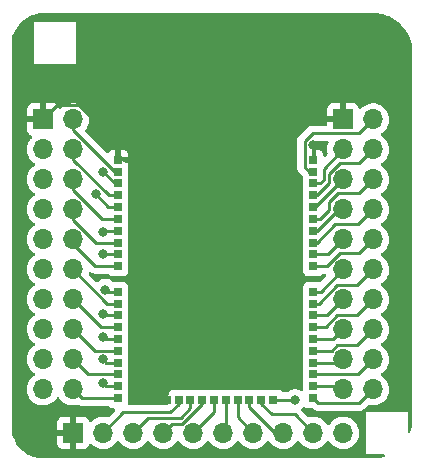
<source format=gbr>
%TF.GenerationSoftware,KiCad,Pcbnew,(6.0.7)*%
%TF.CreationDate,2022-11-10T23:08:22-08:00*%
%TF.ProjectId,memsbreakout_w50,6d656d73-6272-4656-916b-6f75745f7735,0*%
%TF.SameCoordinates,Original*%
%TF.FileFunction,Copper,L1,Top*%
%TF.FilePolarity,Positive*%
%FSLAX46Y46*%
G04 Gerber Fmt 4.6, Leading zero omitted, Abs format (unit mm)*
G04 Created by KiCad (PCBNEW (6.0.7)) date 2022-11-10 23:08:22*
%MOMM*%
%LPD*%
G01*
G04 APERTURE LIST*
%TA.AperFunction,ComponentPad*%
%ADD10O,1.700000X1.700000*%
%TD*%
%TA.AperFunction,ComponentPad*%
%ADD11R,1.700000X1.700000*%
%TD*%
%TA.AperFunction,SMDPad,CuDef*%
%ADD12R,0.700000X0.700000*%
%TD*%
%TA.AperFunction,ViaPad*%
%ADD13C,0.800000*%
%TD*%
%TA.AperFunction,Conductor*%
%ADD14C,0.250000*%
%TD*%
G04 APERTURE END LIST*
D10*
%TO.P,J8,20,Pin_20*%
%TO.N,R20*%
X166370000Y-113416000D03*
%TO.P,J8,19,Pin_19*%
%TO.N,R19*%
X163830000Y-113416000D03*
%TO.P,J8,18,Pin_18*%
%TO.N,R18*%
X166370000Y-110876000D03*
%TO.P,J8,17,Pin_17*%
%TO.N,R17*%
X163830000Y-110876000D03*
%TO.P,J8,16,Pin_16*%
%TO.N,R16*%
X166370000Y-108336000D03*
%TO.P,J8,15,Pin_15*%
%TO.N,R15*%
X163830000Y-108336000D03*
%TO.P,J8,14,Pin_14*%
%TO.N,R14*%
X166370000Y-105796000D03*
%TO.P,J8,13,Pin_13*%
%TO.N,R13*%
X163830000Y-105796000D03*
%TO.P,J8,12,Pin_12*%
%TO.N,R12*%
X166370000Y-103256000D03*
%TO.P,J8,11,Pin_11*%
%TO.N,R11*%
X163830000Y-103256000D03*
%TO.P,J8,10,Pin_10*%
%TO.N,R10*%
X166370000Y-100716000D03*
%TO.P,J8,9,Pin_9*%
%TO.N,R9*%
X163830000Y-100716000D03*
%TO.P,J8,8,Pin_8*%
%TO.N,R8*%
X166370000Y-98176000D03*
%TO.P,J8,7,Pin_7*%
%TO.N,R7*%
X163830000Y-98176000D03*
%TO.P,J8,6,Pin_6*%
%TO.N,R6*%
X166370000Y-95636000D03*
%TO.P,J8,5,Pin_5*%
%TO.N,R5*%
X163830000Y-95636000D03*
%TO.P,J8,4,Pin_4*%
%TO.N,R4*%
X166370000Y-93096000D03*
%TO.P,J8,3,Pin_3*%
%TO.N,R3*%
X163830000Y-93096000D03*
%TO.P,J8,2,Pin_2*%
%TO.N,R2*%
X166370000Y-90556000D03*
D11*
%TO.P,J8,1,Pin_1*%
%TO.N,R1*%
X163830000Y-90556000D03*
%TD*%
D12*
%TO.P,J6,1,Pin_1*%
%TO.N,R1*%
X161290000Y-93981000D03*
%TO.P,J6,2,Pin_2*%
%TO.N,R2*%
X161290000Y-94981000D03*
%TO.P,J6,3,Pin_3*%
%TO.N,R3*%
X161290000Y-95981000D03*
%TO.P,J6,4,Pin_4*%
%TO.N,R4*%
X161290000Y-96981000D03*
%TO.P,J6,5,Pin_5*%
%TO.N,R5*%
X161290000Y-97981000D03*
%TO.P,J6,6,Pin_6*%
%TO.N,R6*%
X161290000Y-98981000D03*
%TO.P,J6,7,Pin_7*%
%TO.N,R7*%
X161290000Y-99981000D03*
%TO.P,J6,8,Pin_8*%
%TO.N,R8*%
X161290000Y-100981000D03*
%TO.P,J6,9,Pin_9*%
%TO.N,R9*%
X161290000Y-101981000D03*
%TO.P,J6,10,Pin_10*%
%TO.N,R10*%
X161290000Y-102981000D03*
%TD*%
%TO.P,J7,1,Pin_1*%
%TO.N,R11*%
X161290000Y-105156000D03*
%TO.P,J7,2,Pin_2*%
%TO.N,R12*%
X161290000Y-106156000D03*
%TO.P,J7,3,Pin_3*%
%TO.N,R13*%
X161290000Y-107156000D03*
%TO.P,J7,4,Pin_4*%
%TO.N,R14*%
X161290000Y-108156000D03*
%TO.P,J7,5,Pin_5*%
%TO.N,R15*%
X161290000Y-109156000D03*
%TO.P,J7,6,Pin_6*%
%TO.N,R16*%
X161290000Y-110156000D03*
%TO.P,J7,7,Pin_7*%
%TO.N,R17*%
X161290000Y-111156000D03*
%TO.P,J7,8,Pin_8*%
%TO.N,R18*%
X161290000Y-112156000D03*
%TO.P,J7,9,Pin_9*%
%TO.N,R19*%
X161290000Y-113156000D03*
%TO.P,J7,10,Pin_10*%
%TO.N,R20*%
X161290000Y-114156000D03*
%TD*%
D11*
%TO.P,J4,1,Pin_1*%
%TO.N,R1*%
X140975000Y-117094000D03*
D10*
%TO.P,J4,2,Pin_2*%
%TO.N,Net-(J3-Pad2)*%
X143515000Y-117094000D03*
%TO.P,J4,3,Pin_3*%
%TO.N,Net-(J3-Pad3)*%
X146055000Y-117094000D03*
%TO.P,J4,4,Pin_4*%
%TO.N,Net-(J3-Pad4)*%
X148595000Y-117094000D03*
%TO.P,J4,5,Pin_5*%
%TO.N,Net-(J3-Pad5)*%
X151135000Y-117094000D03*
%TO.P,J4,6,Pin_6*%
%TO.N,Net-(J3-Pad6)*%
X153675000Y-117094000D03*
%TO.P,J4,7,Pin_7*%
%TO.N,Net-(J3-Pad7)*%
X156215000Y-117094000D03*
%TO.P,J4,8,Pin_8*%
%TO.N,Net-(J3-Pad8)*%
X158755000Y-117094000D03*
%TO.P,J4,9,Pin_9*%
%TO.N,Net-(J3-Pad9)*%
X161295000Y-117094000D03*
%TO.P,J4,10,Pin_10*%
%TO.N,Net-(J3-Pad10)*%
X163835000Y-117094000D03*
%TD*%
D12*
%TO.P,J2,1,Pin_1*%
%TO.N,L11*%
X144780000Y-105156000D03*
%TO.P,J2,2,Pin_2*%
%TO.N,L12*%
X144780000Y-106156000D03*
%TO.P,J2,3,Pin_3*%
%TO.N,L13*%
X144780000Y-107156000D03*
%TO.P,J2,4,Pin_4*%
%TO.N,L14*%
X144780000Y-108156000D03*
%TO.P,J2,5,Pin_5*%
%TO.N,L15*%
X144780000Y-109156000D03*
%TO.P,J2,6,Pin_6*%
%TO.N,L16*%
X144780000Y-110156000D03*
%TO.P,J2,7,Pin_7*%
%TO.N,L17*%
X144780000Y-111156000D03*
%TO.P,J2,8,Pin_8*%
%TO.N,L18*%
X144780000Y-112156000D03*
%TO.P,J2,9,Pin_9*%
%TO.N,L19*%
X144780000Y-113156000D03*
%TO.P,J2,10,Pin_10*%
%TO.N,L20*%
X144780000Y-114156000D03*
%TD*%
D11*
%TO.P,J1,1,Pin_1*%
%TO.N,R1*%
X138425000Y-90556000D03*
D10*
%TO.P,J1,2,Pin_2*%
%TO.N,L2*%
X140965000Y-90556000D03*
%TO.P,J1,3,Pin_3*%
%TO.N,L3*%
X138425000Y-93096000D03*
%TO.P,J1,4,Pin_4*%
%TO.N,L4*%
X140965000Y-93096000D03*
%TO.P,J1,5,Pin_5*%
%TO.N,L5*%
X138425000Y-95636000D03*
%TO.P,J1,6,Pin_6*%
%TO.N,L6*%
X140965000Y-95636000D03*
%TO.P,J1,7,Pin_7*%
%TO.N,L7*%
X138425000Y-98176000D03*
%TO.P,J1,8,Pin_8*%
%TO.N,L8*%
X140965000Y-98176000D03*
%TO.P,J1,9,Pin_9*%
%TO.N,L9*%
X138425000Y-100716000D03*
%TO.P,J1,10,Pin_10*%
%TO.N,L10*%
X140965000Y-100716000D03*
%TO.P,J1,11,Pin_11*%
%TO.N,L11*%
X138425000Y-103256000D03*
%TO.P,J1,12,Pin_12*%
%TO.N,L12*%
X140965000Y-103256000D03*
%TO.P,J1,13,Pin_13*%
%TO.N,L13*%
X138425000Y-105796000D03*
%TO.P,J1,14,Pin_14*%
%TO.N,L14*%
X140965000Y-105796000D03*
%TO.P,J1,15,Pin_15*%
%TO.N,L15*%
X138425000Y-108336000D03*
%TO.P,J1,16,Pin_16*%
%TO.N,L16*%
X140965000Y-108336000D03*
%TO.P,J1,17,Pin_17*%
%TO.N,L17*%
X138425000Y-110876000D03*
%TO.P,J1,18,Pin_18*%
%TO.N,L18*%
X140965000Y-110876000D03*
%TO.P,J1,19,Pin_19*%
%TO.N,L19*%
X138425000Y-113416000D03*
%TO.P,J1,20,Pin_20*%
%TO.N,L20*%
X140965000Y-113416000D03*
%TD*%
D12*
%TO.P,J3,1,Pin_1*%
%TO.N,R1*%
X148908000Y-114300000D03*
%TO.P,J3,2,Pin_2*%
%TO.N,Net-(J3-Pad2)*%
X149908000Y-114300000D03*
%TO.P,J3,3,Pin_3*%
%TO.N,Net-(J3-Pad3)*%
X150908000Y-114300000D03*
%TO.P,J3,4,Pin_4*%
%TO.N,Net-(J3-Pad4)*%
X151908000Y-114300000D03*
%TO.P,J3,5,Pin_5*%
%TO.N,Net-(J3-Pad5)*%
X152908000Y-114300000D03*
%TO.P,J3,6,Pin_6*%
%TO.N,Net-(J3-Pad6)*%
X153908000Y-114300000D03*
%TO.P,J3,7,Pin_7*%
%TO.N,Net-(J3-Pad7)*%
X154908000Y-114300000D03*
%TO.P,J3,8,Pin_8*%
%TO.N,Net-(J3-Pad8)*%
X155908000Y-114300000D03*
%TO.P,J3,9,Pin_9*%
%TO.N,Net-(J3-Pad9)*%
X156908000Y-114300000D03*
%TO.P,J3,10,Pin_10*%
%TO.N,Net-(J3-Pad10)*%
X157908000Y-114300000D03*
%TD*%
%TO.P,J5,1,Pin_1*%
%TO.N,R1*%
X144780000Y-93981000D03*
%TO.P,J5,2,Pin_2*%
%TO.N,L2*%
X144780000Y-94981000D03*
%TO.P,J5,3,Pin_3*%
%TO.N,L3*%
X144780000Y-95981000D03*
%TO.P,J5,4,Pin_4*%
%TO.N,L4*%
X144780000Y-96981000D03*
%TO.P,J5,5,Pin_5*%
%TO.N,L5*%
X144780000Y-97981000D03*
%TO.P,J5,6,Pin_6*%
%TO.N,L6*%
X144780000Y-98981000D03*
%TO.P,J5,7,Pin_7*%
%TO.N,L7*%
X144780000Y-99981000D03*
%TO.P,J5,8,Pin_8*%
%TO.N,L8*%
X144780000Y-100981000D03*
%TO.P,J5,9,Pin_9*%
%TO.N,L9*%
X144780000Y-101981000D03*
%TO.P,J5,10,Pin_10*%
%TO.N,L10*%
X144780000Y-102981000D03*
%TD*%
D13*
%TO.N,Net-(J3-Pad10)*%
X159766000Y-114300000D03*
%TO.N,R1*%
X146812000Y-114046000D03*
X161290000Y-92710000D03*
%TO.N,L3*%
X143506051Y-94999949D03*
%TO.N,L5*%
X142871051Y-96904949D03*
%TO.N,L7*%
X143510000Y-100076000D03*
%TO.N,L9*%
X143510000Y-101981000D03*
%TO.N,L11*%
X143699799Y-104966201D03*
%TO.N,L13*%
X143510000Y-107061000D03*
%TO.N,L15*%
X143510000Y-108966000D03*
%TO.N,L17*%
X143510000Y-110880500D03*
%TO.N,L19*%
X143510000Y-112880500D03*
%TO.N,R1*%
X146812000Y-87376000D03*
X146685000Y-112776000D03*
X159385000Y-87376000D03*
%TD*%
D14*
%TO.N,R2*%
X161243695Y-91731000D02*
X165195000Y-91731000D01*
X160940000Y-94981000D02*
X160565000Y-94606000D01*
X160565000Y-94606000D02*
X160565000Y-92409695D01*
X161290000Y-94981000D02*
X160940000Y-94981000D01*
X160565000Y-92409695D02*
X161243695Y-91731000D01*
X165195000Y-91731000D02*
X166370000Y-90556000D01*
%TO.N,Net-(J3-Pad2)*%
X149184000Y-115374000D02*
X145235000Y-115374000D01*
X149908000Y-114650000D02*
X149184000Y-115374000D01*
X149908000Y-114300000D02*
X149908000Y-114650000D01*
X145235000Y-115374000D02*
X143515000Y-117094000D01*
%TO.N,Net-(J3-Pad4)*%
X149357000Y-116332000D02*
X148595000Y-117094000D01*
X151908000Y-114659299D02*
X150235299Y-116332000D01*
X150235299Y-116332000D02*
X149357000Y-116332000D01*
X151908000Y-114300000D02*
X151908000Y-114659299D01*
%TO.N,Net-(J3-Pad3)*%
X150908000Y-115022903D02*
X150106903Y-115824000D01*
X150908000Y-114300000D02*
X150908000Y-115022903D01*
X147325000Y-115824000D02*
X146055000Y-117094000D01*
X150106903Y-115824000D02*
X147325000Y-115824000D01*
%TO.N,Net-(J3-Pad5)*%
X152908000Y-115321000D02*
X151135000Y-117094000D01*
X152908000Y-114300000D02*
X152908000Y-115321000D01*
%TO.N,Net-(J3-Pad6)*%
X153908000Y-116861000D02*
X153675000Y-117094000D01*
X153908000Y-114300000D02*
X153908000Y-116861000D01*
%TO.N,Net-(J3-Pad7)*%
X154908000Y-115787000D02*
X156215000Y-117094000D01*
X154908000Y-114300000D02*
X154908000Y-115787000D01*
%TO.N,Net-(J3-Pad8)*%
X158102000Y-117094000D02*
X158755000Y-117094000D01*
X155908000Y-114900000D02*
X158102000Y-117094000D01*
X155908000Y-114300000D02*
X155908000Y-114900000D01*
%TO.N,Net-(J3-Pad9)*%
X159730778Y-115529778D02*
X161295000Y-117094000D01*
X157787778Y-115529778D02*
X159730778Y-115529778D01*
X156908000Y-114650000D02*
X157787778Y-115529778D01*
X156908000Y-114300000D02*
X156908000Y-114650000D01*
%TO.N,Net-(J3-Pad10)*%
X157908000Y-114300000D02*
X159766000Y-114300000D01*
%TO.N,R1*%
X147066000Y-114300000D02*
X146812000Y-114046000D01*
X148908000Y-114300000D02*
X147066000Y-114300000D01*
%TO.N,R11*%
X161290000Y-105156000D02*
X161930000Y-105156000D01*
X161930000Y-105156000D02*
X163830000Y-103256000D01*
%TO.N,R12*%
X163343299Y-104621000D02*
X165005000Y-104621000D01*
X161808299Y-106156000D02*
X163343299Y-104621000D01*
X161290000Y-106156000D02*
X161808299Y-106156000D01*
X165005000Y-104621000D02*
X166370000Y-103256000D01*
%TO.N,R13*%
X162470000Y-107156000D02*
X163830000Y-105796000D01*
X161290000Y-107156000D02*
X162470000Y-107156000D01*
%TO.N,R14*%
X165005000Y-107161000D02*
X166370000Y-105796000D01*
X162348299Y-108156000D02*
X163343299Y-107161000D01*
X161290000Y-108156000D02*
X162348299Y-108156000D01*
X163343299Y-107161000D02*
X165005000Y-107161000D01*
%TO.N,R15*%
X161290000Y-109156000D02*
X163010000Y-109156000D01*
X163010000Y-109156000D02*
X163830000Y-108336000D01*
%TO.N,R16*%
X165005000Y-109701000D02*
X166370000Y-108336000D01*
X163343299Y-109701000D02*
X165005000Y-109701000D01*
X162888299Y-110156000D02*
X163343299Y-109701000D01*
X161290000Y-110156000D02*
X162888299Y-110156000D01*
%TO.N,R17*%
X163550000Y-111156000D02*
X163830000Y-110876000D01*
X161290000Y-111156000D02*
X163550000Y-111156000D01*
%TO.N,R18*%
X161290000Y-112156000D02*
X165090000Y-112156000D01*
X165090000Y-112156000D02*
X166370000Y-110876000D01*
%TO.N,R19*%
X163570000Y-113156000D02*
X163830000Y-113416000D01*
X161290000Y-113156000D02*
X163570000Y-113156000D01*
%TO.N,R20*%
X165195000Y-114591000D02*
X166370000Y-113416000D01*
X161725000Y-114591000D02*
X165195000Y-114591000D01*
X161290000Y-114156000D02*
X161725000Y-114591000D01*
%TO.N,R1*%
X161290000Y-93981000D02*
X161290000Y-92710000D01*
%TO.N,R3*%
X162205000Y-95666000D02*
X162205000Y-94721000D01*
X161890000Y-95981000D02*
X162205000Y-95666000D01*
X161290000Y-95981000D02*
X161890000Y-95981000D01*
X162205000Y-94721000D02*
X163830000Y-93096000D01*
%TO.N,R4*%
X165195000Y-94271000D02*
X166370000Y-93096000D01*
X163533299Y-94271000D02*
X165195000Y-94271000D01*
X162655000Y-95149299D02*
X163533299Y-94271000D01*
X161640000Y-96981000D02*
X162655000Y-95966000D01*
X161290000Y-96981000D02*
X161640000Y-96981000D01*
X162655000Y-95966000D02*
X162655000Y-95149299D01*
%TO.N,R5*%
X161485000Y-97981000D02*
X163830000Y-95636000D01*
X161290000Y-97981000D02*
X161485000Y-97981000D01*
%TO.N,R6*%
X163405999Y-96811000D02*
X165195000Y-96811000D01*
X162655000Y-97561999D02*
X163405999Y-96811000D01*
X165195000Y-96811000D02*
X166370000Y-95636000D01*
X162655000Y-98216000D02*
X162655000Y-97561999D01*
X161290000Y-98981000D02*
X161890000Y-98981000D01*
X161890000Y-98981000D02*
X162655000Y-98216000D01*
%TO.N,R7*%
X161639000Y-99981000D02*
X163444000Y-98176000D01*
X163444000Y-98176000D02*
X163830000Y-98176000D01*
X161290000Y-99981000D02*
X161639000Y-99981000D01*
%TO.N,R8*%
X161655000Y-100981000D02*
X161290000Y-100981000D01*
X163185722Y-99450278D02*
X161655000Y-100981000D01*
X165095722Y-99450278D02*
X163185722Y-99450278D01*
X166370000Y-98176000D02*
X165095722Y-99450278D01*
%TO.N,R9*%
X162565000Y-101981000D02*
X163830000Y-100716000D01*
X161290000Y-101981000D02*
X162565000Y-101981000D01*
%TO.N,R10*%
X165195000Y-101891000D02*
X166370000Y-100716000D01*
X162443299Y-102981000D02*
X163533299Y-101891000D01*
X161290000Y-102981000D02*
X162443299Y-102981000D01*
X163533299Y-101891000D02*
X165195000Y-101891000D01*
%TO.N,L2*%
X144511701Y-94981000D02*
X140965000Y-91434299D01*
X144780000Y-94981000D02*
X144511701Y-94981000D01*
X140965000Y-91434299D02*
X140965000Y-90556000D01*
%TO.N,L3*%
X144487102Y-95981000D02*
X143506051Y-94999949D01*
X144780000Y-95981000D02*
X144487102Y-95981000D01*
%TO.N,L4*%
X144780000Y-96981000D02*
X143971701Y-96981000D01*
X140965000Y-93974299D02*
X140965000Y-93096000D01*
X143971701Y-96981000D02*
X140965000Y-93974299D01*
%TO.N,L5*%
X143947102Y-97981000D02*
X142871051Y-96904949D01*
X144780000Y-97981000D02*
X143947102Y-97981000D01*
%TO.N,L6*%
X140965000Y-96514299D02*
X140965000Y-95636000D01*
X144780000Y-98981000D02*
X143431701Y-98981000D01*
X143431701Y-98981000D02*
X140965000Y-96514299D01*
%TO.N,L7*%
X143605000Y-99981000D02*
X144780000Y-99981000D01*
X143510000Y-100076000D02*
X143605000Y-99981000D01*
%TO.N,L8*%
X142891701Y-100981000D02*
X140965000Y-99054299D01*
X144780000Y-100981000D02*
X142891701Y-100981000D01*
X140965000Y-99054299D02*
X140965000Y-98176000D01*
%TO.N,L9*%
X144780000Y-101981000D02*
X143510000Y-101981000D01*
%TO.N,L10*%
X140965000Y-101096305D02*
X140965000Y-100716000D01*
X142849695Y-102981000D02*
X140965000Y-101096305D01*
X144780000Y-102981000D02*
X142849695Y-102981000D01*
%TO.N,L11*%
X143889598Y-105156000D02*
X144780000Y-105156000D01*
X143699799Y-104966201D02*
X143889598Y-105156000D01*
%TO.N,L12*%
X144780000Y-106156000D02*
X143865000Y-106156000D01*
X143865000Y-106156000D02*
X140965000Y-103256000D01*
%TO.N,L13*%
X144780000Y-107156000D02*
X143605000Y-107156000D01*
X143605000Y-107156000D02*
X143510000Y-107061000D01*
%TO.N,L14*%
X144780000Y-108156000D02*
X143325000Y-108156000D01*
X143325000Y-108156000D02*
X140965000Y-105796000D01*
%TO.N,L15*%
X143700000Y-109156000D02*
X143510000Y-108966000D01*
X144780000Y-109156000D02*
X143700000Y-109156000D01*
%TO.N,L16*%
X144780000Y-110156000D02*
X142785000Y-110156000D01*
X142785000Y-110156000D02*
X140965000Y-108336000D01*
%TO.N,L17*%
X143510000Y-110880500D02*
X143785500Y-111156000D01*
X143785500Y-111156000D02*
X144780000Y-111156000D01*
%TO.N,L18*%
X144780000Y-112156000D02*
X142245000Y-112156000D01*
X142245000Y-112156000D02*
X140965000Y-110876000D01*
%TO.N,L19*%
X143785500Y-113156000D02*
X143510000Y-112880500D01*
X144780000Y-113156000D02*
X143785500Y-113156000D01*
%TO.N,L20*%
X141705000Y-114156000D02*
X140965000Y-113416000D01*
X144780000Y-114156000D02*
X141705000Y-114156000D01*
%TO.N,R1*%
X139600000Y-89381000D02*
X138425000Y-90556000D01*
X144780000Y-93981000D02*
X144780000Y-92709299D01*
X144780000Y-93981000D02*
X144780000Y-89408000D01*
X141451701Y-89381000D02*
X139600000Y-89381000D01*
X144780000Y-92709299D02*
X141451701Y-89381000D01*
X144780000Y-89408000D02*
X146812000Y-87376000D01*
%TD*%
%TA.AperFunction,Conductor*%
%TO.N,R1*%
G36*
X166340037Y-81535998D02*
G01*
X166354907Y-81538312D01*
X166354908Y-81538312D01*
X166363777Y-81539692D01*
X166383027Y-81537173D01*
X166405613Y-81536263D01*
X166697221Y-81550718D01*
X166709661Y-81551955D01*
X167027439Y-81599589D01*
X167039695Y-81602054D01*
X167204535Y-81643803D01*
X167351172Y-81680942D01*
X167363123Y-81684609D01*
X167665252Y-81793977D01*
X167676780Y-81798809D01*
X167712383Y-81815857D01*
X167966591Y-81937585D01*
X167977584Y-81943537D01*
X168252217Y-82110349D01*
X168262567Y-82117361D01*
X168499956Y-82296000D01*
X168519304Y-82310560D01*
X168528908Y-82318563D01*
X168765243Y-82536261D01*
X168774007Y-82545177D01*
X168987606Y-82785225D01*
X168995442Y-82794964D01*
X169184199Y-83054996D01*
X169191026Y-83065456D01*
X169353088Y-83342921D01*
X169358850Y-83354016D01*
X169492615Y-83646170D01*
X169497249Y-83657781D01*
X169586698Y-83918835D01*
X169601399Y-83961741D01*
X169604859Y-83973752D01*
X169626178Y-84064456D01*
X169668158Y-84243070D01*
X169671500Y-84271899D01*
X169671500Y-116514376D01*
X169668079Y-116543538D01*
X169602360Y-116819778D01*
X169598782Y-116832027D01*
X169536001Y-117012438D01*
X169494721Y-117070201D01*
X169428766Y-117096476D01*
X169359075Y-117082923D01*
X169307775Y-117033843D01*
X169291000Y-116971027D01*
X169291000Y-115316000D01*
X165735000Y-115316000D01*
X165735000Y-118872000D01*
X167267171Y-118872000D01*
X167335292Y-118892002D01*
X167381785Y-118945658D01*
X167391889Y-119015932D01*
X167362395Y-119080512D01*
X167307294Y-119117441D01*
X167291146Y-119122866D01*
X167278846Y-119126997D01*
X167266571Y-119130439D01*
X166945702Y-119203117D01*
X166933134Y-119205302D01*
X166864904Y-119213628D01*
X166606573Y-119245151D01*
X166593845Y-119246054D01*
X166301710Y-119251930D01*
X166276000Y-119249805D01*
X166273790Y-119249391D01*
X166273782Y-119249391D01*
X166264962Y-119247740D01*
X166223513Y-119251877D01*
X166210999Y-119252500D01*
X138479367Y-119252500D01*
X138459982Y-119251000D01*
X138445149Y-119248690D01*
X138445145Y-119248690D01*
X138436276Y-119247309D01*
X138427374Y-119248473D01*
X138427372Y-119248473D01*
X138423064Y-119249037D01*
X138418280Y-119249662D01*
X138394883Y-119250528D01*
X138138508Y-119236131D01*
X138124476Y-119234550D01*
X137984047Y-119210689D01*
X137843624Y-119186830D01*
X137829849Y-119183686D01*
X137556109Y-119104823D01*
X137542772Y-119100156D01*
X137279582Y-118991139D01*
X137266852Y-118985008D01*
X137017532Y-118847214D01*
X137005568Y-118839697D01*
X136773238Y-118674851D01*
X136762190Y-118666041D01*
X136549776Y-118476215D01*
X136539785Y-118466224D01*
X136530588Y-118455933D01*
X136349958Y-118253808D01*
X136341149Y-118242762D01*
X136176303Y-118010432D01*
X136168786Y-117998468D01*
X136163370Y-117988669D01*
X139617001Y-117988669D01*
X139617371Y-117995490D01*
X139622895Y-118046352D01*
X139626521Y-118061604D01*
X139671676Y-118182054D01*
X139680214Y-118197649D01*
X139756715Y-118299724D01*
X139769276Y-118312285D01*
X139871351Y-118388786D01*
X139886946Y-118397324D01*
X140007394Y-118442478D01*
X140022649Y-118446105D01*
X140073514Y-118451631D01*
X140080328Y-118452000D01*
X140702885Y-118452000D01*
X140718124Y-118447525D01*
X140719329Y-118446135D01*
X140721000Y-118438452D01*
X140721000Y-117366115D01*
X140716525Y-117350876D01*
X140715135Y-117349671D01*
X140707452Y-117348000D01*
X139635116Y-117348000D01*
X139619877Y-117352475D01*
X139618672Y-117353865D01*
X139617001Y-117361548D01*
X139617001Y-117988669D01*
X136163370Y-117988669D01*
X136030992Y-117749148D01*
X136024861Y-117736418D01*
X135915844Y-117473228D01*
X135911177Y-117459891D01*
X135832314Y-117186151D01*
X135829170Y-117172376D01*
X135781451Y-116891529D01*
X135779869Y-116877488D01*
X135777603Y-116837124D01*
X135776747Y-116821885D01*
X139617000Y-116821885D01*
X139621475Y-116837124D01*
X139622865Y-116838329D01*
X139630548Y-116840000D01*
X140702885Y-116840000D01*
X140718124Y-116835525D01*
X140719329Y-116834135D01*
X140721000Y-116826452D01*
X140721000Y-115754116D01*
X140716525Y-115738877D01*
X140715135Y-115737672D01*
X140707452Y-115736001D01*
X140080331Y-115736001D01*
X140073510Y-115736371D01*
X140022648Y-115741895D01*
X140007396Y-115745521D01*
X139886946Y-115790676D01*
X139871351Y-115799214D01*
X139769276Y-115875715D01*
X139756715Y-115888276D01*
X139680214Y-115990351D01*
X139671676Y-116005946D01*
X139626522Y-116126394D01*
X139622895Y-116141649D01*
X139617369Y-116192514D01*
X139617000Y-116199328D01*
X139617000Y-116821885D01*
X135776747Y-116821885D01*
X135766089Y-116632100D01*
X135767411Y-116608208D01*
X135767334Y-116608201D01*
X135767537Y-116605937D01*
X135767637Y-116604131D01*
X135767770Y-116603342D01*
X135768576Y-116598552D01*
X135768729Y-116586000D01*
X135764773Y-116558376D01*
X135763500Y-116540514D01*
X135763500Y-113382695D01*
X137062251Y-113382695D01*
X137062548Y-113387848D01*
X137062548Y-113387851D01*
X137070312Y-113522500D01*
X137075110Y-113605715D01*
X137076247Y-113610761D01*
X137076248Y-113610767D01*
X137093011Y-113685146D01*
X137124222Y-113823639D01*
X137208266Y-114030616D01*
X137259019Y-114113438D01*
X137322291Y-114216688D01*
X137324987Y-114221088D01*
X137471250Y-114389938D01*
X137643126Y-114532632D01*
X137836000Y-114645338D01*
X138044692Y-114725030D01*
X138049760Y-114726061D01*
X138049763Y-114726062D01*
X138106578Y-114737621D01*
X138263597Y-114769567D01*
X138268772Y-114769757D01*
X138268774Y-114769757D01*
X138481673Y-114777564D01*
X138481677Y-114777564D01*
X138486837Y-114777753D01*
X138491957Y-114777097D01*
X138491959Y-114777097D01*
X138703288Y-114750025D01*
X138703289Y-114750025D01*
X138708416Y-114749368D01*
X138720052Y-114745877D01*
X138917429Y-114686661D01*
X138917434Y-114686659D01*
X138922384Y-114685174D01*
X139122994Y-114586896D01*
X139304860Y-114457173D01*
X139463096Y-114299489D01*
X139522594Y-114216689D01*
X139593453Y-114118077D01*
X139594776Y-114119028D01*
X139641645Y-114075857D01*
X139711580Y-114063625D01*
X139777026Y-114091144D01*
X139804875Y-114122994D01*
X139864987Y-114221088D01*
X140011250Y-114389938D01*
X140183126Y-114532632D01*
X140376000Y-114645338D01*
X140584692Y-114725030D01*
X140589760Y-114726061D01*
X140589763Y-114726062D01*
X140646578Y-114737621D01*
X140803597Y-114769567D01*
X140808772Y-114769757D01*
X140808774Y-114769757D01*
X141021673Y-114777564D01*
X141021677Y-114777564D01*
X141026837Y-114777753D01*
X141031957Y-114777097D01*
X141031959Y-114777097D01*
X141243288Y-114750025D01*
X141243289Y-114750025D01*
X141248416Y-114749368D01*
X141340738Y-114721670D01*
X141411733Y-114721253D01*
X141437646Y-114731941D01*
X141469940Y-114749695D01*
X141477615Y-114751666D01*
X141477616Y-114751666D01*
X141489562Y-114754733D01*
X141508267Y-114761137D01*
X141526855Y-114769181D01*
X141534678Y-114770420D01*
X141534688Y-114770423D01*
X141570524Y-114776099D01*
X141582144Y-114778505D01*
X141617289Y-114787528D01*
X141624970Y-114789500D01*
X141645224Y-114789500D01*
X141664934Y-114791051D01*
X141684943Y-114794220D01*
X141692835Y-114793474D01*
X141728961Y-114790059D01*
X141740819Y-114789500D01*
X143943934Y-114789500D01*
X144012055Y-114809502D01*
X144044758Y-114839932D01*
X144066739Y-114869261D01*
X144183295Y-114956615D01*
X144319684Y-115007745D01*
X144381866Y-115014500D01*
X144394405Y-115014500D01*
X144462526Y-115034502D01*
X144509019Y-115088158D01*
X144519123Y-115158432D01*
X144489629Y-115223012D01*
X144483500Y-115229595D01*
X143972345Y-115740750D01*
X143910033Y-115774776D01*
X143861154Y-115775702D01*
X143648373Y-115737800D01*
X143648367Y-115737799D01*
X143643284Y-115736894D01*
X143569452Y-115735992D01*
X143425081Y-115734228D01*
X143425079Y-115734228D01*
X143419911Y-115734165D01*
X143199091Y-115767955D01*
X142986756Y-115837357D01*
X142788607Y-115940507D01*
X142784474Y-115943610D01*
X142784471Y-115943612D01*
X142701450Y-116005946D01*
X142609965Y-116074635D01*
X142606393Y-116078373D01*
X142528898Y-116159466D01*
X142467374Y-116194895D01*
X142396462Y-116191438D01*
X142338676Y-116150192D01*
X142319823Y-116116644D01*
X142278324Y-116005946D01*
X142269786Y-115990351D01*
X142193285Y-115888276D01*
X142180724Y-115875715D01*
X142078649Y-115799214D01*
X142063054Y-115790676D01*
X141942606Y-115745522D01*
X141927351Y-115741895D01*
X141876486Y-115736369D01*
X141869672Y-115736000D01*
X141247115Y-115736000D01*
X141231876Y-115740475D01*
X141230671Y-115741865D01*
X141229000Y-115749548D01*
X141229000Y-118433884D01*
X141233475Y-118449123D01*
X141234865Y-118450328D01*
X141242548Y-118451999D01*
X141869669Y-118451999D01*
X141876490Y-118451629D01*
X141927352Y-118446105D01*
X141942604Y-118442479D01*
X142063054Y-118397324D01*
X142078649Y-118388786D01*
X142180724Y-118312285D01*
X142193285Y-118299724D01*
X142269786Y-118197649D01*
X142278324Y-118182054D01*
X142319225Y-118072952D01*
X142361867Y-118016188D01*
X142428428Y-117991488D01*
X142497777Y-118006696D01*
X142532444Y-118034684D01*
X142557865Y-118064031D01*
X142557869Y-118064035D01*
X142561250Y-118067938D01*
X142733126Y-118210632D01*
X142926000Y-118323338D01*
X143134692Y-118403030D01*
X143139760Y-118404061D01*
X143139763Y-118404062D01*
X143247017Y-118425883D01*
X143353597Y-118447567D01*
X143358772Y-118447757D01*
X143358774Y-118447757D01*
X143571673Y-118455564D01*
X143571677Y-118455564D01*
X143576837Y-118455753D01*
X143581957Y-118455097D01*
X143581959Y-118455097D01*
X143793288Y-118428025D01*
X143793289Y-118428025D01*
X143798416Y-118427368D01*
X143803366Y-118425883D01*
X144007429Y-118364661D01*
X144007434Y-118364659D01*
X144012384Y-118363174D01*
X144212994Y-118264896D01*
X144394860Y-118135173D01*
X144553096Y-117977489D01*
X144683453Y-117796077D01*
X144684776Y-117797028D01*
X144731645Y-117753857D01*
X144801580Y-117741625D01*
X144867026Y-117769144D01*
X144894875Y-117800994D01*
X144954987Y-117899088D01*
X145101250Y-118067938D01*
X145273126Y-118210632D01*
X145466000Y-118323338D01*
X145674692Y-118403030D01*
X145679760Y-118404061D01*
X145679763Y-118404062D01*
X145787017Y-118425883D01*
X145893597Y-118447567D01*
X145898772Y-118447757D01*
X145898774Y-118447757D01*
X146111673Y-118455564D01*
X146111677Y-118455564D01*
X146116837Y-118455753D01*
X146121957Y-118455097D01*
X146121959Y-118455097D01*
X146333288Y-118428025D01*
X146333289Y-118428025D01*
X146338416Y-118427368D01*
X146343366Y-118425883D01*
X146547429Y-118364661D01*
X146547434Y-118364659D01*
X146552384Y-118363174D01*
X146752994Y-118264896D01*
X146934860Y-118135173D01*
X147093096Y-117977489D01*
X147223453Y-117796077D01*
X147224776Y-117797028D01*
X147271645Y-117753857D01*
X147341580Y-117741625D01*
X147407026Y-117769144D01*
X147434875Y-117800994D01*
X147494987Y-117899088D01*
X147641250Y-118067938D01*
X147813126Y-118210632D01*
X148006000Y-118323338D01*
X148214692Y-118403030D01*
X148219760Y-118404061D01*
X148219763Y-118404062D01*
X148327017Y-118425883D01*
X148433597Y-118447567D01*
X148438772Y-118447757D01*
X148438774Y-118447757D01*
X148651673Y-118455564D01*
X148651677Y-118455564D01*
X148656837Y-118455753D01*
X148661957Y-118455097D01*
X148661959Y-118455097D01*
X148873288Y-118428025D01*
X148873289Y-118428025D01*
X148878416Y-118427368D01*
X148883366Y-118425883D01*
X149087429Y-118364661D01*
X149087434Y-118364659D01*
X149092384Y-118363174D01*
X149292994Y-118264896D01*
X149474860Y-118135173D01*
X149633096Y-117977489D01*
X149763453Y-117796077D01*
X149764776Y-117797028D01*
X149811645Y-117753857D01*
X149881580Y-117741625D01*
X149947026Y-117769144D01*
X149974875Y-117800994D01*
X150034987Y-117899088D01*
X150181250Y-118067938D01*
X150353126Y-118210632D01*
X150546000Y-118323338D01*
X150754692Y-118403030D01*
X150759760Y-118404061D01*
X150759763Y-118404062D01*
X150867017Y-118425883D01*
X150973597Y-118447567D01*
X150978772Y-118447757D01*
X150978774Y-118447757D01*
X151191673Y-118455564D01*
X151191677Y-118455564D01*
X151196837Y-118455753D01*
X151201957Y-118455097D01*
X151201959Y-118455097D01*
X151413288Y-118428025D01*
X151413289Y-118428025D01*
X151418416Y-118427368D01*
X151423366Y-118425883D01*
X151627429Y-118364661D01*
X151627434Y-118364659D01*
X151632384Y-118363174D01*
X151832994Y-118264896D01*
X152014860Y-118135173D01*
X152173096Y-117977489D01*
X152303453Y-117796077D01*
X152304776Y-117797028D01*
X152351645Y-117753857D01*
X152421580Y-117741625D01*
X152487026Y-117769144D01*
X152514875Y-117800994D01*
X152574987Y-117899088D01*
X152721250Y-118067938D01*
X152893126Y-118210632D01*
X153086000Y-118323338D01*
X153294692Y-118403030D01*
X153299760Y-118404061D01*
X153299763Y-118404062D01*
X153407017Y-118425883D01*
X153513597Y-118447567D01*
X153518772Y-118447757D01*
X153518774Y-118447757D01*
X153731673Y-118455564D01*
X153731677Y-118455564D01*
X153736837Y-118455753D01*
X153741957Y-118455097D01*
X153741959Y-118455097D01*
X153953288Y-118428025D01*
X153953289Y-118428025D01*
X153958416Y-118427368D01*
X153963366Y-118425883D01*
X154167429Y-118364661D01*
X154167434Y-118364659D01*
X154172384Y-118363174D01*
X154372994Y-118264896D01*
X154554860Y-118135173D01*
X154713096Y-117977489D01*
X154843453Y-117796077D01*
X154844776Y-117797028D01*
X154891645Y-117753857D01*
X154961580Y-117741625D01*
X155027026Y-117769144D01*
X155054875Y-117800994D01*
X155114987Y-117899088D01*
X155261250Y-118067938D01*
X155433126Y-118210632D01*
X155626000Y-118323338D01*
X155834692Y-118403030D01*
X155839760Y-118404061D01*
X155839763Y-118404062D01*
X155947017Y-118425883D01*
X156053597Y-118447567D01*
X156058772Y-118447757D01*
X156058774Y-118447757D01*
X156271673Y-118455564D01*
X156271677Y-118455564D01*
X156276837Y-118455753D01*
X156281957Y-118455097D01*
X156281959Y-118455097D01*
X156493288Y-118428025D01*
X156493289Y-118428025D01*
X156498416Y-118427368D01*
X156503366Y-118425883D01*
X156707429Y-118364661D01*
X156707434Y-118364659D01*
X156712384Y-118363174D01*
X156912994Y-118264896D01*
X157094860Y-118135173D01*
X157253096Y-117977489D01*
X157383453Y-117796077D01*
X157384776Y-117797028D01*
X157431645Y-117753857D01*
X157501580Y-117741625D01*
X157567026Y-117769144D01*
X157594875Y-117800994D01*
X157654987Y-117899088D01*
X157801250Y-118067938D01*
X157973126Y-118210632D01*
X158166000Y-118323338D01*
X158374692Y-118403030D01*
X158379760Y-118404061D01*
X158379763Y-118404062D01*
X158487017Y-118425883D01*
X158593597Y-118447567D01*
X158598772Y-118447757D01*
X158598774Y-118447757D01*
X158811673Y-118455564D01*
X158811677Y-118455564D01*
X158816837Y-118455753D01*
X158821957Y-118455097D01*
X158821959Y-118455097D01*
X159033288Y-118428025D01*
X159033289Y-118428025D01*
X159038416Y-118427368D01*
X159043366Y-118425883D01*
X159247429Y-118364661D01*
X159247434Y-118364659D01*
X159252384Y-118363174D01*
X159452994Y-118264896D01*
X159634860Y-118135173D01*
X159793096Y-117977489D01*
X159923453Y-117796077D01*
X159924776Y-117797028D01*
X159971645Y-117753857D01*
X160041580Y-117741625D01*
X160107026Y-117769144D01*
X160134875Y-117800994D01*
X160194987Y-117899088D01*
X160341250Y-118067938D01*
X160513126Y-118210632D01*
X160706000Y-118323338D01*
X160914692Y-118403030D01*
X160919760Y-118404061D01*
X160919763Y-118404062D01*
X161027017Y-118425883D01*
X161133597Y-118447567D01*
X161138772Y-118447757D01*
X161138774Y-118447757D01*
X161351673Y-118455564D01*
X161351677Y-118455564D01*
X161356837Y-118455753D01*
X161361957Y-118455097D01*
X161361959Y-118455097D01*
X161573288Y-118428025D01*
X161573289Y-118428025D01*
X161578416Y-118427368D01*
X161583366Y-118425883D01*
X161787429Y-118364661D01*
X161787434Y-118364659D01*
X161792384Y-118363174D01*
X161992994Y-118264896D01*
X162174860Y-118135173D01*
X162333096Y-117977489D01*
X162463453Y-117796077D01*
X162464776Y-117797028D01*
X162511645Y-117753857D01*
X162581580Y-117741625D01*
X162647026Y-117769144D01*
X162674875Y-117800994D01*
X162734987Y-117899088D01*
X162881250Y-118067938D01*
X163053126Y-118210632D01*
X163246000Y-118323338D01*
X163454692Y-118403030D01*
X163459760Y-118404061D01*
X163459763Y-118404062D01*
X163567017Y-118425883D01*
X163673597Y-118447567D01*
X163678772Y-118447757D01*
X163678774Y-118447757D01*
X163891673Y-118455564D01*
X163891677Y-118455564D01*
X163896837Y-118455753D01*
X163901957Y-118455097D01*
X163901959Y-118455097D01*
X164113288Y-118428025D01*
X164113289Y-118428025D01*
X164118416Y-118427368D01*
X164123366Y-118425883D01*
X164327429Y-118364661D01*
X164327434Y-118364659D01*
X164332384Y-118363174D01*
X164532994Y-118264896D01*
X164714860Y-118135173D01*
X164873096Y-117977489D01*
X165003453Y-117796077D01*
X165007794Y-117787295D01*
X165100136Y-117600453D01*
X165100137Y-117600451D01*
X165102430Y-117595811D01*
X165144136Y-117458541D01*
X165165865Y-117387023D01*
X165165865Y-117387021D01*
X165167370Y-117382069D01*
X165196529Y-117160590D01*
X165198156Y-117094000D01*
X165179852Y-116871361D01*
X165125431Y-116654702D01*
X165036354Y-116449840D01*
X164915014Y-116262277D01*
X164764670Y-116097051D01*
X164760619Y-116093852D01*
X164760615Y-116093848D01*
X164593414Y-115961800D01*
X164593410Y-115961798D01*
X164589359Y-115958598D01*
X164393789Y-115850638D01*
X164388920Y-115848914D01*
X164388916Y-115848912D01*
X164188087Y-115777795D01*
X164188083Y-115777794D01*
X164183212Y-115776069D01*
X164178119Y-115775162D01*
X164178116Y-115775161D01*
X163968373Y-115737800D01*
X163968367Y-115737799D01*
X163963284Y-115736894D01*
X163889452Y-115735992D01*
X163745081Y-115734228D01*
X163745079Y-115734228D01*
X163739911Y-115734165D01*
X163519091Y-115767955D01*
X163306756Y-115837357D01*
X163108607Y-115940507D01*
X163104474Y-115943610D01*
X163104471Y-115943612D01*
X163021450Y-116005946D01*
X162929965Y-116074635D01*
X162775629Y-116236138D01*
X162668201Y-116393621D01*
X162613293Y-116438621D01*
X162542768Y-116446792D01*
X162479021Y-116415538D01*
X162458324Y-116391054D01*
X162377822Y-116266617D01*
X162377820Y-116266614D01*
X162375014Y-116262277D01*
X162224670Y-116097051D01*
X162220619Y-116093852D01*
X162220615Y-116093848D01*
X162053414Y-115961800D01*
X162053410Y-115961798D01*
X162049359Y-115958598D01*
X161853789Y-115850638D01*
X161848920Y-115848914D01*
X161848916Y-115848912D01*
X161648087Y-115777795D01*
X161648083Y-115777794D01*
X161643212Y-115776069D01*
X161638119Y-115775162D01*
X161638116Y-115775161D01*
X161428373Y-115737800D01*
X161428367Y-115737799D01*
X161423284Y-115736894D01*
X161349452Y-115735992D01*
X161205081Y-115734228D01*
X161205079Y-115734228D01*
X161199911Y-115734165D01*
X160979091Y-115767955D01*
X160966532Y-115772060D01*
X160895568Y-115774210D01*
X160838294Y-115741389D01*
X160306954Y-115210049D01*
X160272928Y-115147737D01*
X160277993Y-115076922D01*
X160321989Y-115019018D01*
X160371905Y-114982753D01*
X160371913Y-114982746D01*
X160377253Y-114978866D01*
X160439503Y-114909730D01*
X160499946Y-114872492D01*
X160570930Y-114873843D01*
X160608702Y-114893216D01*
X160693295Y-114956615D01*
X160829684Y-115007745D01*
X160891866Y-115014500D01*
X161200405Y-115014500D01*
X161268526Y-115034502D01*
X161289502Y-115051406D01*
X161305230Y-115067135D01*
X161308427Y-115069615D01*
X161317447Y-115077318D01*
X161349679Y-115107586D01*
X161356625Y-115111405D01*
X161356628Y-115111407D01*
X161367434Y-115117348D01*
X161383953Y-115128199D01*
X161399959Y-115140614D01*
X161407228Y-115143759D01*
X161407232Y-115143762D01*
X161440537Y-115158174D01*
X161451187Y-115163391D01*
X161489940Y-115184695D01*
X161497615Y-115186666D01*
X161497616Y-115186666D01*
X161509562Y-115189733D01*
X161528267Y-115196137D01*
X161546855Y-115204181D01*
X161554678Y-115205420D01*
X161554688Y-115205423D01*
X161590524Y-115211099D01*
X161602144Y-115213505D01*
X161633959Y-115221673D01*
X161644970Y-115224500D01*
X161665224Y-115224500D01*
X161684934Y-115226051D01*
X161704943Y-115229220D01*
X161712835Y-115228474D01*
X161731580Y-115226702D01*
X161748962Y-115225059D01*
X161760819Y-115224500D01*
X165116233Y-115224500D01*
X165127416Y-115225027D01*
X165134909Y-115226702D01*
X165142835Y-115226453D01*
X165142836Y-115226453D01*
X165202986Y-115224562D01*
X165206945Y-115224500D01*
X165234856Y-115224500D01*
X165238791Y-115224003D01*
X165238856Y-115223995D01*
X165250693Y-115223062D01*
X165282951Y-115222048D01*
X165286970Y-115221922D01*
X165294889Y-115221673D01*
X165314343Y-115216021D01*
X165333700Y-115212013D01*
X165345930Y-115210468D01*
X165345931Y-115210468D01*
X165353797Y-115209474D01*
X165361168Y-115206555D01*
X165361170Y-115206555D01*
X165394912Y-115193196D01*
X165406142Y-115189351D01*
X165440983Y-115179229D01*
X165440984Y-115179229D01*
X165448593Y-115177018D01*
X165455412Y-115172985D01*
X165455417Y-115172983D01*
X165466028Y-115166707D01*
X165483776Y-115158012D01*
X165502617Y-115150552D01*
X165538387Y-115124564D01*
X165548307Y-115118048D01*
X165579535Y-115099580D01*
X165579538Y-115099578D01*
X165586362Y-115095542D01*
X165600683Y-115081221D01*
X165615717Y-115068380D01*
X165625694Y-115061131D01*
X165632107Y-115056472D01*
X165660298Y-115022395D01*
X165668288Y-115013616D01*
X165914549Y-114767355D01*
X165976861Y-114733329D01*
X166028762Y-114732979D01*
X166208597Y-114769567D01*
X166213772Y-114769757D01*
X166213774Y-114769757D01*
X166426673Y-114777564D01*
X166426677Y-114777564D01*
X166431837Y-114777753D01*
X166436957Y-114777097D01*
X166436959Y-114777097D01*
X166648288Y-114750025D01*
X166648289Y-114750025D01*
X166653416Y-114749368D01*
X166665052Y-114745877D01*
X166862429Y-114686661D01*
X166862434Y-114686659D01*
X166867384Y-114685174D01*
X167067994Y-114586896D01*
X167249860Y-114457173D01*
X167408096Y-114299489D01*
X167467594Y-114216689D01*
X167535435Y-114122277D01*
X167538453Y-114118077D01*
X167559320Y-114075857D01*
X167635136Y-113922453D01*
X167635137Y-113922451D01*
X167637430Y-113917811D01*
X167702370Y-113704069D01*
X167731529Y-113482590D01*
X167731847Y-113469587D01*
X167733074Y-113419365D01*
X167733074Y-113419361D01*
X167733156Y-113416000D01*
X167714852Y-113193361D01*
X167660431Y-112976702D01*
X167571354Y-112771840D01*
X167496414Y-112656000D01*
X167452822Y-112588617D01*
X167452820Y-112588614D01*
X167450014Y-112584277D01*
X167299670Y-112419051D01*
X167295619Y-112415852D01*
X167295615Y-112415848D01*
X167128414Y-112283800D01*
X167128410Y-112283798D01*
X167124359Y-112280598D01*
X167083053Y-112257796D01*
X167033084Y-112207364D01*
X167018312Y-112137921D01*
X167043428Y-112071516D01*
X167070780Y-112044909D01*
X167114603Y-112013650D01*
X167249860Y-111917173D01*
X167408096Y-111759489D01*
X167467594Y-111676689D01*
X167535435Y-111582277D01*
X167538453Y-111578077D01*
X167548608Y-111557531D01*
X167635136Y-111382453D01*
X167635137Y-111382451D01*
X167637430Y-111377811D01*
X167702370Y-111164069D01*
X167731529Y-110942590D01*
X167733156Y-110876000D01*
X167714852Y-110653361D01*
X167660431Y-110436702D01*
X167571354Y-110231840D01*
X167450014Y-110044277D01*
X167299670Y-109879051D01*
X167295619Y-109875852D01*
X167295615Y-109875848D01*
X167128414Y-109743800D01*
X167128410Y-109743798D01*
X167124359Y-109740598D01*
X167083053Y-109717796D01*
X167033084Y-109667364D01*
X167018312Y-109597921D01*
X167043428Y-109531516D01*
X167070780Y-109504909D01*
X167114603Y-109473650D01*
X167249860Y-109377173D01*
X167408096Y-109219489D01*
X167467594Y-109136689D01*
X167535435Y-109042277D01*
X167538453Y-109038077D01*
X167559320Y-108995857D01*
X167635136Y-108842453D01*
X167635137Y-108842451D01*
X167637430Y-108837811D01*
X167702370Y-108624069D01*
X167731529Y-108402590D01*
X167733156Y-108336000D01*
X167714852Y-108113361D01*
X167660431Y-107896702D01*
X167571354Y-107691840D01*
X167482268Y-107554134D01*
X167452822Y-107508617D01*
X167452820Y-107508614D01*
X167450014Y-107504277D01*
X167299670Y-107339051D01*
X167295619Y-107335852D01*
X167295615Y-107335848D01*
X167128414Y-107203800D01*
X167128410Y-107203798D01*
X167124359Y-107200598D01*
X167083053Y-107177796D01*
X167033084Y-107127364D01*
X167018312Y-107057921D01*
X167043428Y-106991516D01*
X167070780Y-106964909D01*
X167114603Y-106933650D01*
X167249860Y-106837173D01*
X167408096Y-106679489D01*
X167424975Y-106656000D01*
X167535435Y-106502277D01*
X167538453Y-106498077D01*
X167559320Y-106455857D01*
X167635136Y-106302453D01*
X167635137Y-106302451D01*
X167637430Y-106297811D01*
X167702370Y-106084069D01*
X167731529Y-105862590D01*
X167733156Y-105796000D01*
X167714852Y-105573361D01*
X167660431Y-105356702D01*
X167571354Y-105151840D01*
X167450014Y-104964277D01*
X167299670Y-104799051D01*
X167295619Y-104795852D01*
X167295615Y-104795848D01*
X167128414Y-104663800D01*
X167128410Y-104663798D01*
X167124359Y-104660598D01*
X167083053Y-104637796D01*
X167033084Y-104587364D01*
X167018312Y-104517921D01*
X167043428Y-104451516D01*
X167070780Y-104424909D01*
X167118835Y-104390632D01*
X167249860Y-104297173D01*
X167259733Y-104287335D01*
X167404435Y-104143137D01*
X167408096Y-104139489D01*
X167436406Y-104100092D01*
X167535435Y-103962277D01*
X167538453Y-103958077D01*
X167559320Y-103915857D01*
X167635136Y-103762453D01*
X167635137Y-103762451D01*
X167637430Y-103757811D01*
X167681351Y-103613249D01*
X167700865Y-103549023D01*
X167700865Y-103549021D01*
X167702370Y-103544069D01*
X167731529Y-103322590D01*
X167733156Y-103256000D01*
X167714852Y-103033361D01*
X167660431Y-102816702D01*
X167571354Y-102611840D01*
X167486710Y-102481000D01*
X167452822Y-102428617D01*
X167452820Y-102428614D01*
X167450014Y-102424277D01*
X167299670Y-102259051D01*
X167295619Y-102255852D01*
X167295615Y-102255848D01*
X167128414Y-102123800D01*
X167128410Y-102123798D01*
X167124359Y-102120598D01*
X167083053Y-102097796D01*
X167033084Y-102047364D01*
X167018312Y-101977921D01*
X167043428Y-101911516D01*
X167070780Y-101884909D01*
X167125220Y-101846077D01*
X167249860Y-101757173D01*
X167408096Y-101599489D01*
X167417586Y-101586283D01*
X167535435Y-101422277D01*
X167538453Y-101418077D01*
X167554735Y-101385134D01*
X167635136Y-101222453D01*
X167635137Y-101222451D01*
X167637430Y-101217811D01*
X167702370Y-101004069D01*
X167731529Y-100782590D01*
X167733156Y-100716000D01*
X167714852Y-100493361D01*
X167660431Y-100276702D01*
X167571354Y-100071840D01*
X167450014Y-99884277D01*
X167299670Y-99719051D01*
X167295619Y-99715852D01*
X167295615Y-99715848D01*
X167128414Y-99583800D01*
X167128410Y-99583798D01*
X167124359Y-99580598D01*
X167083053Y-99557796D01*
X167033084Y-99507364D01*
X167018312Y-99437921D01*
X167043428Y-99371516D01*
X167070780Y-99344909D01*
X167114603Y-99313650D01*
X167249860Y-99217173D01*
X167408096Y-99059489D01*
X167467594Y-98976689D01*
X167535435Y-98882277D01*
X167538453Y-98878077D01*
X167559320Y-98835857D01*
X167635136Y-98682453D01*
X167635137Y-98682451D01*
X167637430Y-98677811D01*
X167702370Y-98464069D01*
X167731529Y-98242590D01*
X167733156Y-98176000D01*
X167714852Y-97953361D01*
X167660431Y-97736702D01*
X167571354Y-97531840D01*
X167472564Y-97379134D01*
X167452822Y-97348617D01*
X167452820Y-97348614D01*
X167450014Y-97344277D01*
X167299670Y-97179051D01*
X167295619Y-97175852D01*
X167295615Y-97175848D01*
X167128414Y-97043800D01*
X167128410Y-97043798D01*
X167124359Y-97040598D01*
X167083053Y-97017796D01*
X167033084Y-96967364D01*
X167018312Y-96897921D01*
X167043428Y-96831516D01*
X167070780Y-96804909D01*
X167114603Y-96773650D01*
X167249860Y-96677173D01*
X167408096Y-96519489D01*
X167456697Y-96451854D01*
X167535435Y-96342277D01*
X167538453Y-96338077D01*
X167559320Y-96295857D01*
X167635136Y-96142453D01*
X167635137Y-96142451D01*
X167637430Y-96137811D01*
X167702370Y-95924069D01*
X167731529Y-95702590D01*
X167733156Y-95636000D01*
X167714852Y-95413361D01*
X167660431Y-95196702D01*
X167571354Y-94991840D01*
X167485800Y-94859593D01*
X167452822Y-94808617D01*
X167452820Y-94808614D01*
X167450014Y-94804277D01*
X167299670Y-94639051D01*
X167295619Y-94635852D01*
X167295615Y-94635848D01*
X167128414Y-94503800D01*
X167128410Y-94503798D01*
X167124359Y-94500598D01*
X167083053Y-94477796D01*
X167033084Y-94427364D01*
X167018312Y-94357921D01*
X167043428Y-94291516D01*
X167070780Y-94264909D01*
X167114603Y-94233650D01*
X167249860Y-94137173D01*
X167264585Y-94122500D01*
X167404435Y-93983137D01*
X167408096Y-93979489D01*
X167467594Y-93896689D01*
X167535435Y-93802277D01*
X167535436Y-93802276D01*
X167538453Y-93798077D01*
X167559320Y-93755857D01*
X167635136Y-93602453D01*
X167635137Y-93602451D01*
X167637430Y-93597811D01*
X167702370Y-93384069D01*
X167731529Y-93162590D01*
X167732426Y-93125877D01*
X167733074Y-93099365D01*
X167733074Y-93099361D01*
X167733156Y-93096000D01*
X167714852Y-92873361D01*
X167660431Y-92656702D01*
X167571354Y-92451840D01*
X167497445Y-92337594D01*
X167452822Y-92268617D01*
X167452820Y-92268614D01*
X167450014Y-92264277D01*
X167299670Y-92099051D01*
X167295619Y-92095852D01*
X167295615Y-92095848D01*
X167128414Y-91963800D01*
X167128410Y-91963798D01*
X167124359Y-91960598D01*
X167083053Y-91937796D01*
X167033084Y-91887364D01*
X167018312Y-91817921D01*
X167043428Y-91751516D01*
X167070780Y-91724909D01*
X167114603Y-91693650D01*
X167249860Y-91597173D01*
X167408096Y-91439489D01*
X167538453Y-91258077D01*
X167581268Y-91171448D01*
X167635136Y-91062453D01*
X167635137Y-91062451D01*
X167637430Y-91057811D01*
X167702370Y-90844069D01*
X167731529Y-90622590D01*
X167733156Y-90556000D01*
X167714852Y-90333361D01*
X167660431Y-90116702D01*
X167571354Y-89911840D01*
X167450014Y-89724277D01*
X167299670Y-89559051D01*
X167295619Y-89555852D01*
X167295615Y-89555848D01*
X167128414Y-89423800D01*
X167128410Y-89423798D01*
X167124359Y-89420598D01*
X166928789Y-89312638D01*
X166923920Y-89310914D01*
X166923916Y-89310912D01*
X166723087Y-89239795D01*
X166723083Y-89239794D01*
X166718212Y-89238069D01*
X166713119Y-89237162D01*
X166713116Y-89237161D01*
X166503373Y-89199800D01*
X166503367Y-89199799D01*
X166498284Y-89198894D01*
X166424452Y-89197992D01*
X166280081Y-89196228D01*
X166280079Y-89196228D01*
X166274911Y-89196165D01*
X166054091Y-89229955D01*
X165841756Y-89299357D01*
X165643607Y-89402507D01*
X165639474Y-89405610D01*
X165639471Y-89405612D01*
X165556450Y-89467946D01*
X165464965Y-89536635D01*
X165461393Y-89540373D01*
X165383898Y-89621466D01*
X165322374Y-89656895D01*
X165251462Y-89653438D01*
X165193676Y-89612192D01*
X165174823Y-89578644D01*
X165133324Y-89467946D01*
X165124786Y-89452351D01*
X165048285Y-89350276D01*
X165035724Y-89337715D01*
X164933649Y-89261214D01*
X164918054Y-89252676D01*
X164797606Y-89207522D01*
X164782351Y-89203895D01*
X164731486Y-89198369D01*
X164724672Y-89198000D01*
X164102115Y-89198000D01*
X164086876Y-89202475D01*
X164085671Y-89203865D01*
X164084000Y-89211548D01*
X164084000Y-90684000D01*
X164063998Y-90752121D01*
X164010342Y-90798614D01*
X163958000Y-90810000D01*
X162490116Y-90810000D01*
X162474877Y-90814475D01*
X162473672Y-90815865D01*
X162472001Y-90823548D01*
X162472001Y-90971500D01*
X162451999Y-91039621D01*
X162398343Y-91086114D01*
X162346001Y-91097500D01*
X161322463Y-91097500D01*
X161311280Y-91096973D01*
X161303787Y-91095298D01*
X161295861Y-91095547D01*
X161295860Y-91095547D01*
X161235697Y-91097438D01*
X161231739Y-91097500D01*
X161203839Y-91097500D01*
X161199849Y-91098004D01*
X161188015Y-91098936D01*
X161143806Y-91100326D01*
X161136190Y-91102539D01*
X161136188Y-91102539D01*
X161124347Y-91105979D01*
X161104988Y-91109988D01*
X161103678Y-91110154D01*
X161084898Y-91112526D01*
X161077532Y-91115442D01*
X161077526Y-91115444D01*
X161043793Y-91128800D01*
X161032563Y-91132645D01*
X160997712Y-91142770D01*
X160990102Y-91144981D01*
X160983279Y-91149016D01*
X160972661Y-91155295D01*
X160954908Y-91163992D01*
X160947263Y-91167019D01*
X160936078Y-91171448D01*
X160929663Y-91176109D01*
X160900307Y-91197437D01*
X160890390Y-91203951D01*
X160852333Y-91226458D01*
X160838012Y-91240779D01*
X160822979Y-91253619D01*
X160806588Y-91265528D01*
X160780211Y-91297413D01*
X160778407Y-91299593D01*
X160770417Y-91308374D01*
X160172742Y-91906048D01*
X160164463Y-91913582D01*
X160157982Y-91917695D01*
X160120036Y-91958104D01*
X160111357Y-91967346D01*
X160108602Y-91970188D01*
X160088865Y-91989925D01*
X160086385Y-91993122D01*
X160078682Y-92002142D01*
X160048414Y-92034374D01*
X160044595Y-92041320D01*
X160044593Y-92041323D01*
X160038652Y-92052129D01*
X160027801Y-92068648D01*
X160015386Y-92084654D01*
X160012241Y-92091923D01*
X160012238Y-92091927D01*
X159997826Y-92125232D01*
X159992609Y-92135882D01*
X159971305Y-92174635D01*
X159969334Y-92182310D01*
X159969334Y-92182311D01*
X159966267Y-92194257D01*
X159959863Y-92212961D01*
X159951819Y-92231550D01*
X159950580Y-92239373D01*
X159950577Y-92239383D01*
X159944901Y-92275219D01*
X159942495Y-92286839D01*
X159931500Y-92329665D01*
X159931500Y-92349919D01*
X159929949Y-92369629D01*
X159926780Y-92389638D01*
X159927526Y-92397530D01*
X159930941Y-92433656D01*
X159931500Y-92445514D01*
X159931500Y-94527233D01*
X159930973Y-94538416D01*
X159929298Y-94545909D01*
X159929547Y-94553835D01*
X159929547Y-94553836D01*
X159931438Y-94613986D01*
X159931500Y-94617945D01*
X159931500Y-94645856D01*
X159931997Y-94649790D01*
X159931997Y-94649791D01*
X159932005Y-94649856D01*
X159932938Y-94661693D01*
X159934327Y-94705889D01*
X159939978Y-94725339D01*
X159943987Y-94744700D01*
X159946526Y-94764797D01*
X159949445Y-94772168D01*
X159949445Y-94772170D01*
X159962804Y-94805912D01*
X159966649Y-94817142D01*
X159978982Y-94859593D01*
X159983015Y-94866412D01*
X159983017Y-94866417D01*
X159989293Y-94877028D01*
X159997988Y-94894776D01*
X160005448Y-94913617D01*
X160010110Y-94920033D01*
X160010110Y-94920034D01*
X160031436Y-94949387D01*
X160037952Y-94959307D01*
X160060458Y-94997362D01*
X160066064Y-95002969D01*
X160074780Y-95011685D01*
X160087620Y-95026718D01*
X160099528Y-95043107D01*
X160105635Y-95048159D01*
X160133593Y-95071288D01*
X160142374Y-95079278D01*
X160398817Y-95335722D01*
X160432842Y-95398034D01*
X160434984Y-95411208D01*
X160438255Y-95441316D01*
X160441029Y-95448715D01*
X160441775Y-95451854D01*
X160441775Y-95510146D01*
X160441029Y-95513285D01*
X160438255Y-95520684D01*
X160431500Y-95582866D01*
X160431500Y-96379134D01*
X160438255Y-96441316D01*
X160441029Y-96448715D01*
X160441775Y-96451854D01*
X160441775Y-96510146D01*
X160441029Y-96513285D01*
X160438255Y-96520684D01*
X160431500Y-96582866D01*
X160431500Y-97379134D01*
X160438255Y-97441316D01*
X160441029Y-97448715D01*
X160441775Y-97451854D01*
X160441775Y-97510146D01*
X160441029Y-97513285D01*
X160438255Y-97520684D01*
X160431500Y-97582866D01*
X160431500Y-98379134D01*
X160438255Y-98441316D01*
X160441029Y-98448715D01*
X160441775Y-98451854D01*
X160441775Y-98510146D01*
X160441029Y-98513285D01*
X160438255Y-98520684D01*
X160431500Y-98582866D01*
X160431500Y-99379134D01*
X160438255Y-99441316D01*
X160441029Y-99448715D01*
X160441775Y-99451854D01*
X160441775Y-99510146D01*
X160441029Y-99513285D01*
X160438255Y-99520684D01*
X160431500Y-99582866D01*
X160431500Y-100379134D01*
X160438255Y-100441316D01*
X160441029Y-100448715D01*
X160441775Y-100451854D01*
X160441775Y-100510146D01*
X160441029Y-100513285D01*
X160438255Y-100520684D01*
X160431500Y-100582866D01*
X160431500Y-101379134D01*
X160438255Y-101441316D01*
X160441029Y-101448715D01*
X160441775Y-101451854D01*
X160441775Y-101510146D01*
X160441029Y-101513285D01*
X160438255Y-101520684D01*
X160431500Y-101582866D01*
X160431500Y-102379134D01*
X160438255Y-102441316D01*
X160441029Y-102448715D01*
X160441775Y-102451854D01*
X160441775Y-102510146D01*
X160441029Y-102513285D01*
X160438255Y-102520684D01*
X160431500Y-102582866D01*
X160431500Y-103379134D01*
X160438255Y-103441316D01*
X160489385Y-103577705D01*
X160576739Y-103694261D01*
X160693295Y-103781615D01*
X160829684Y-103832745D01*
X160891866Y-103839500D01*
X161688134Y-103839500D01*
X161750316Y-103832745D01*
X161886705Y-103781615D01*
X162003261Y-103694261D01*
X162025241Y-103664933D01*
X162082100Y-103622420D01*
X162126066Y-103614500D01*
X162271405Y-103614500D01*
X162339526Y-103634502D01*
X162386019Y-103688158D01*
X162396123Y-103758432D01*
X162366629Y-103823012D01*
X162360500Y-103829595D01*
X161906251Y-104283844D01*
X161843939Y-104317870D01*
X161772927Y-104312731D01*
X161757718Y-104307029D01*
X161757711Y-104307027D01*
X161750316Y-104304255D01*
X161688134Y-104297500D01*
X160891866Y-104297500D01*
X160829684Y-104304255D01*
X160693295Y-104355385D01*
X160576739Y-104442739D01*
X160489385Y-104559295D01*
X160438255Y-104695684D01*
X160431500Y-104757866D01*
X160431500Y-105554134D01*
X160438255Y-105616316D01*
X160441029Y-105623715D01*
X160441775Y-105626854D01*
X160441775Y-105685146D01*
X160441029Y-105688285D01*
X160438255Y-105695684D01*
X160431500Y-105757866D01*
X160431500Y-106554134D01*
X160438255Y-106616316D01*
X160441029Y-106623715D01*
X160441775Y-106626854D01*
X160441775Y-106685146D01*
X160441029Y-106688285D01*
X160438255Y-106695684D01*
X160431500Y-106757866D01*
X160431500Y-107554134D01*
X160438255Y-107616316D01*
X160441029Y-107623715D01*
X160441775Y-107626854D01*
X160441775Y-107685146D01*
X160441029Y-107688285D01*
X160438255Y-107695684D01*
X160431500Y-107757866D01*
X160431500Y-108554134D01*
X160438255Y-108616316D01*
X160441029Y-108623715D01*
X160441775Y-108626854D01*
X160441775Y-108685146D01*
X160441029Y-108688285D01*
X160438255Y-108695684D01*
X160431500Y-108757866D01*
X160431500Y-109554134D01*
X160438255Y-109616316D01*
X160441029Y-109623715D01*
X160441775Y-109626854D01*
X160441775Y-109685146D01*
X160441029Y-109688285D01*
X160438255Y-109695684D01*
X160431500Y-109757866D01*
X160431500Y-110554134D01*
X160438255Y-110616316D01*
X160441029Y-110623715D01*
X160441775Y-110626854D01*
X160441775Y-110685146D01*
X160441029Y-110688285D01*
X160438255Y-110695684D01*
X160431500Y-110757866D01*
X160431500Y-111554134D01*
X160438255Y-111616316D01*
X160441029Y-111623715D01*
X160441775Y-111626854D01*
X160441775Y-111685146D01*
X160441029Y-111688285D01*
X160438255Y-111695684D01*
X160431500Y-111757866D01*
X160431500Y-112554134D01*
X160438255Y-112616316D01*
X160441029Y-112623715D01*
X160441775Y-112626854D01*
X160441775Y-112685146D01*
X160441029Y-112688285D01*
X160438255Y-112695684D01*
X160431500Y-112757866D01*
X160431500Y-113413258D01*
X160411498Y-113481379D01*
X160357842Y-113527872D01*
X160287568Y-113537976D01*
X160231436Y-113515192D01*
X160222752Y-113508882D01*
X160216724Y-113506198D01*
X160216722Y-113506197D01*
X160054319Y-113433891D01*
X160054318Y-113433891D01*
X160048288Y-113431206D01*
X159954887Y-113411353D01*
X159867944Y-113392872D01*
X159867939Y-113392872D01*
X159861487Y-113391500D01*
X159670513Y-113391500D01*
X159664061Y-113392872D01*
X159664056Y-113392872D01*
X159577113Y-113411353D01*
X159483712Y-113431206D01*
X159477682Y-113433891D01*
X159477681Y-113433891D01*
X159315278Y-113506197D01*
X159315276Y-113506198D01*
X159309248Y-113508882D01*
X159303907Y-113512762D01*
X159303906Y-113512763D01*
X159251667Y-113550717D01*
X159154747Y-113621134D01*
X159150332Y-113626037D01*
X159145420Y-113630460D01*
X159144295Y-113629211D01*
X159090986Y-113662051D01*
X159057800Y-113666500D01*
X158744066Y-113666500D01*
X158675945Y-113646498D01*
X158643242Y-113616068D01*
X158621261Y-113586739D01*
X158504705Y-113499385D01*
X158368316Y-113448255D01*
X158306134Y-113441500D01*
X157509866Y-113441500D01*
X157447684Y-113448255D01*
X157440285Y-113451029D01*
X157437146Y-113451775D01*
X157378854Y-113451775D01*
X157375715Y-113451029D01*
X157368316Y-113448255D01*
X157306134Y-113441500D01*
X156509866Y-113441500D01*
X156447684Y-113448255D01*
X156440285Y-113451029D01*
X156437146Y-113451775D01*
X156378854Y-113451775D01*
X156375715Y-113451029D01*
X156368316Y-113448255D01*
X156306134Y-113441500D01*
X155509866Y-113441500D01*
X155447684Y-113448255D01*
X155440285Y-113451029D01*
X155437146Y-113451775D01*
X155378854Y-113451775D01*
X155375715Y-113451029D01*
X155368316Y-113448255D01*
X155306134Y-113441500D01*
X154509866Y-113441500D01*
X154447684Y-113448255D01*
X154440285Y-113451029D01*
X154437146Y-113451775D01*
X154378854Y-113451775D01*
X154375715Y-113451029D01*
X154368316Y-113448255D01*
X154306134Y-113441500D01*
X153509866Y-113441500D01*
X153447684Y-113448255D01*
X153440285Y-113451029D01*
X153437146Y-113451775D01*
X153378854Y-113451775D01*
X153375715Y-113451029D01*
X153368316Y-113448255D01*
X153306134Y-113441500D01*
X152509866Y-113441500D01*
X152447684Y-113448255D01*
X152440285Y-113451029D01*
X152437146Y-113451775D01*
X152378854Y-113451775D01*
X152375715Y-113451029D01*
X152368316Y-113448255D01*
X152306134Y-113441500D01*
X151509866Y-113441500D01*
X151447684Y-113448255D01*
X151440285Y-113451029D01*
X151437146Y-113451775D01*
X151378854Y-113451775D01*
X151375715Y-113451029D01*
X151368316Y-113448255D01*
X151306134Y-113441500D01*
X150509866Y-113441500D01*
X150447684Y-113448255D01*
X150440285Y-113451029D01*
X150437146Y-113451775D01*
X150378854Y-113451775D01*
X150375715Y-113451029D01*
X150368316Y-113448255D01*
X150306134Y-113441500D01*
X149509866Y-113441500D01*
X149447684Y-113448255D01*
X149311295Y-113499385D01*
X149194739Y-113586739D01*
X149107385Y-113703295D01*
X149056255Y-113839684D01*
X149049500Y-113901866D01*
X149049500Y-114560405D01*
X149029498Y-114628526D01*
X149012595Y-114649500D01*
X148958500Y-114703595D01*
X148896188Y-114737621D01*
X148869405Y-114740500D01*
X145758684Y-114740500D01*
X145690563Y-114720498D01*
X145644070Y-114666842D01*
X145633421Y-114600894D01*
X145638131Y-114557536D01*
X145638132Y-114557526D01*
X145638500Y-114554134D01*
X145638500Y-113757866D01*
X145631745Y-113695684D01*
X145628971Y-113688285D01*
X145628225Y-113685146D01*
X145628225Y-113626854D01*
X145628971Y-113623715D01*
X145631745Y-113616316D01*
X145638500Y-113554134D01*
X145638500Y-112757866D01*
X145631745Y-112695684D01*
X145628971Y-112688285D01*
X145628225Y-112685146D01*
X145628225Y-112626854D01*
X145628971Y-112623715D01*
X145631745Y-112616316D01*
X145638500Y-112554134D01*
X145638500Y-111757866D01*
X145631745Y-111695684D01*
X145628971Y-111688285D01*
X145628225Y-111685146D01*
X145628225Y-111626854D01*
X145628971Y-111623715D01*
X145631745Y-111616316D01*
X145638500Y-111554134D01*
X145638500Y-110757866D01*
X145631745Y-110695684D01*
X145628971Y-110688285D01*
X145628225Y-110685146D01*
X145628225Y-110626854D01*
X145628971Y-110623715D01*
X145631745Y-110616316D01*
X145638500Y-110554134D01*
X145638500Y-109757866D01*
X145631745Y-109695684D01*
X145628971Y-109688285D01*
X145628225Y-109685146D01*
X145628225Y-109626854D01*
X145628971Y-109623715D01*
X145631745Y-109616316D01*
X145638500Y-109554134D01*
X145638500Y-108757866D01*
X145631745Y-108695684D01*
X145628971Y-108688285D01*
X145628225Y-108685146D01*
X145628225Y-108626854D01*
X145628971Y-108623715D01*
X145631745Y-108616316D01*
X145638500Y-108554134D01*
X145638500Y-107757866D01*
X145631745Y-107695684D01*
X145628971Y-107688285D01*
X145628225Y-107685146D01*
X145628225Y-107626854D01*
X145628971Y-107623715D01*
X145631745Y-107616316D01*
X145638500Y-107554134D01*
X145638500Y-106757866D01*
X145631745Y-106695684D01*
X145628971Y-106688285D01*
X145628225Y-106685146D01*
X145628225Y-106626854D01*
X145628971Y-106623715D01*
X145631745Y-106616316D01*
X145638500Y-106554134D01*
X145638500Y-105757866D01*
X145631745Y-105695684D01*
X145628971Y-105688285D01*
X145628225Y-105685146D01*
X145628225Y-105626854D01*
X145628971Y-105623715D01*
X145631745Y-105616316D01*
X145638500Y-105554134D01*
X145638500Y-104757866D01*
X145631745Y-104695684D01*
X145580615Y-104559295D01*
X145493261Y-104442739D01*
X145376705Y-104355385D01*
X145240316Y-104304255D01*
X145178134Y-104297500D01*
X144381866Y-104297500D01*
X144378470Y-104297869D01*
X144375071Y-104298053D01*
X144374992Y-104296585D01*
X144310880Y-104285088D01*
X144293100Y-104274292D01*
X144161893Y-104178964D01*
X144161892Y-104178963D01*
X144156551Y-104175083D01*
X144150523Y-104172399D01*
X144150521Y-104172398D01*
X143988118Y-104100092D01*
X143988117Y-104100092D01*
X143982087Y-104097407D01*
X143888687Y-104077554D01*
X143801743Y-104059073D01*
X143801738Y-104059073D01*
X143795286Y-104057701D01*
X143604312Y-104057701D01*
X143597860Y-104059073D01*
X143597855Y-104059073D01*
X143510911Y-104077554D01*
X143417511Y-104097407D01*
X143411481Y-104100092D01*
X143411480Y-104100092D01*
X143249077Y-104172398D01*
X143249075Y-104172399D01*
X143243047Y-104175083D01*
X143088546Y-104287335D01*
X143084124Y-104292247D01*
X143079222Y-104296660D01*
X143078343Y-104295684D01*
X143023926Y-104329203D01*
X142952942Y-104327846D01*
X142901650Y-104296745D01*
X142316218Y-103711313D01*
X142282192Y-103649001D01*
X142284754Y-103585593D01*
X142289805Y-103568967D01*
X142328745Y-103509604D01*
X142393599Y-103480716D01*
X142463775Y-103491477D01*
X142474316Y-103497695D01*
X142474376Y-103497587D01*
X142492127Y-103507346D01*
X142508651Y-103518199D01*
X142524654Y-103530613D01*
X142565238Y-103548176D01*
X142575868Y-103553383D01*
X142614635Y-103574695D01*
X142622312Y-103576666D01*
X142622317Y-103576668D01*
X142634253Y-103579732D01*
X142652961Y-103586137D01*
X142671550Y-103594181D01*
X142679378Y-103595421D01*
X142679385Y-103595423D01*
X142715219Y-103601099D01*
X142726839Y-103603505D01*
X142761774Y-103612474D01*
X142769665Y-103614500D01*
X142789919Y-103614500D01*
X142809629Y-103616051D01*
X142829638Y-103619220D01*
X142837530Y-103618474D01*
X142873656Y-103615059D01*
X142885514Y-103614500D01*
X143943934Y-103614500D01*
X144012055Y-103634502D01*
X144044758Y-103664932D01*
X144066739Y-103694261D01*
X144183295Y-103781615D01*
X144319684Y-103832745D01*
X144381866Y-103839500D01*
X145178134Y-103839500D01*
X145240316Y-103832745D01*
X145376705Y-103781615D01*
X145493261Y-103694261D01*
X145580615Y-103577705D01*
X145631745Y-103441316D01*
X145638500Y-103379134D01*
X145638500Y-102582866D01*
X145631745Y-102520684D01*
X145628971Y-102513285D01*
X145628225Y-102510146D01*
X145628225Y-102451854D01*
X145628971Y-102448715D01*
X145631745Y-102441316D01*
X145638500Y-102379134D01*
X145638500Y-101582866D01*
X145631745Y-101520684D01*
X145628971Y-101513285D01*
X145628225Y-101510146D01*
X145628225Y-101451854D01*
X145628971Y-101448715D01*
X145631745Y-101441316D01*
X145638500Y-101379134D01*
X145638500Y-100582866D01*
X145631745Y-100520684D01*
X145628971Y-100513285D01*
X145628225Y-100510146D01*
X145628225Y-100451854D01*
X145628971Y-100448715D01*
X145631745Y-100441316D01*
X145638500Y-100379134D01*
X145638500Y-99582866D01*
X145631745Y-99520684D01*
X145628971Y-99513285D01*
X145628225Y-99510146D01*
X145628225Y-99451854D01*
X145628971Y-99448715D01*
X145631745Y-99441316D01*
X145638500Y-99379134D01*
X145638500Y-98582866D01*
X145631745Y-98520684D01*
X145628971Y-98513285D01*
X145628225Y-98510146D01*
X145628225Y-98451854D01*
X145628971Y-98448715D01*
X145631745Y-98441316D01*
X145638500Y-98379134D01*
X145638500Y-97582866D01*
X145631745Y-97520684D01*
X145628971Y-97513285D01*
X145628225Y-97510146D01*
X145628225Y-97451854D01*
X145628971Y-97448715D01*
X145631745Y-97441316D01*
X145638500Y-97379134D01*
X145638500Y-96582866D01*
X145631745Y-96520684D01*
X145628971Y-96513285D01*
X145628225Y-96510146D01*
X145628225Y-96451854D01*
X145628971Y-96448715D01*
X145631745Y-96441316D01*
X145638500Y-96379134D01*
X145638500Y-95582866D01*
X145631745Y-95520684D01*
X145628971Y-95513285D01*
X145628225Y-95510146D01*
X145628225Y-95451854D01*
X145628971Y-95448715D01*
X145631745Y-95441316D01*
X145638500Y-95379134D01*
X145638500Y-94582866D01*
X145631745Y-94520684D01*
X145628971Y-94513284D01*
X145627966Y-94509058D01*
X145627966Y-94450761D01*
X145632105Y-94433354D01*
X145637631Y-94382486D01*
X145638000Y-94375672D01*
X145638000Y-94253115D01*
X145633525Y-94237876D01*
X145632135Y-94236671D01*
X145624452Y-94235000D01*
X145491553Y-94235000D01*
X145423432Y-94214998D01*
X145415988Y-94209826D01*
X145408739Y-94204393D01*
X145376705Y-94180385D01*
X145240316Y-94129255D01*
X145178134Y-94122500D01*
X144652000Y-94122500D01*
X144583879Y-94102498D01*
X144537386Y-94048842D01*
X144526000Y-93996500D01*
X144526000Y-93708885D01*
X145034000Y-93708885D01*
X145038475Y-93724124D01*
X145039865Y-93725329D01*
X145047548Y-93727000D01*
X145619884Y-93727000D01*
X145635123Y-93722525D01*
X145636328Y-93721135D01*
X145637999Y-93713452D01*
X145637999Y-93586331D01*
X145637629Y-93579510D01*
X145632105Y-93528648D01*
X145628479Y-93513396D01*
X145583324Y-93392946D01*
X145574786Y-93377351D01*
X145498285Y-93275276D01*
X145485724Y-93262715D01*
X145383649Y-93186214D01*
X145368054Y-93177676D01*
X145247606Y-93132522D01*
X145232351Y-93128895D01*
X145181486Y-93123369D01*
X145174672Y-93123000D01*
X145052115Y-93123000D01*
X145036876Y-93127475D01*
X145035671Y-93128865D01*
X145034000Y-93136548D01*
X145034000Y-93708885D01*
X144526000Y-93708885D01*
X144526000Y-93141116D01*
X144521525Y-93125877D01*
X144520135Y-93124672D01*
X144512452Y-93123001D01*
X144385331Y-93123001D01*
X144378510Y-93123371D01*
X144327648Y-93128895D01*
X144312396Y-93132521D01*
X144191946Y-93177676D01*
X144176351Y-93186214D01*
X144074276Y-93262715D01*
X144061715Y-93275276D01*
X143994722Y-93364665D01*
X143937863Y-93407180D01*
X143867045Y-93412206D01*
X143804801Y-93378195D01*
X142021505Y-91594899D01*
X141987479Y-91532587D01*
X141992544Y-91461772D01*
X142008275Y-91432281D01*
X142133453Y-91258077D01*
X142176268Y-91171448D01*
X142230136Y-91062453D01*
X142230137Y-91062451D01*
X142232430Y-91057811D01*
X142297370Y-90844069D01*
X142326529Y-90622590D01*
X142328156Y-90556000D01*
X142309852Y-90333361D01*
X142297424Y-90283885D01*
X162472000Y-90283885D01*
X162476475Y-90299124D01*
X162477865Y-90300329D01*
X162485548Y-90302000D01*
X163557885Y-90302000D01*
X163573124Y-90297525D01*
X163574329Y-90296135D01*
X163576000Y-90288452D01*
X163576000Y-89216116D01*
X163571525Y-89200877D01*
X163570135Y-89199672D01*
X163562452Y-89198001D01*
X162935331Y-89198001D01*
X162928510Y-89198371D01*
X162877648Y-89203895D01*
X162862396Y-89207521D01*
X162741946Y-89252676D01*
X162726351Y-89261214D01*
X162624276Y-89337715D01*
X162611715Y-89350276D01*
X162535214Y-89452351D01*
X162526676Y-89467946D01*
X162481522Y-89588394D01*
X162477895Y-89603649D01*
X162472369Y-89654514D01*
X162472000Y-89661328D01*
X162472000Y-90283885D01*
X142297424Y-90283885D01*
X142255431Y-90116702D01*
X142166354Y-89911840D01*
X142045014Y-89724277D01*
X141894670Y-89559051D01*
X141890619Y-89555852D01*
X141890615Y-89555848D01*
X141723414Y-89423800D01*
X141723410Y-89423798D01*
X141719359Y-89420598D01*
X141523789Y-89312638D01*
X141518920Y-89310914D01*
X141518916Y-89310912D01*
X141318087Y-89239795D01*
X141318083Y-89239794D01*
X141313212Y-89238069D01*
X141308119Y-89237162D01*
X141308116Y-89237161D01*
X141098373Y-89199800D01*
X141098367Y-89199799D01*
X141093284Y-89198894D01*
X141019452Y-89197992D01*
X140875081Y-89196228D01*
X140875079Y-89196228D01*
X140869911Y-89196165D01*
X140649091Y-89229955D01*
X140436756Y-89299357D01*
X140238607Y-89402507D01*
X140234474Y-89405610D01*
X140234471Y-89405612D01*
X140151450Y-89467946D01*
X140059965Y-89536635D01*
X140056393Y-89540373D01*
X139978898Y-89621466D01*
X139917374Y-89656895D01*
X139846462Y-89653438D01*
X139788676Y-89612192D01*
X139769823Y-89578644D01*
X139728324Y-89467946D01*
X139719786Y-89452351D01*
X139643285Y-89350276D01*
X139630724Y-89337715D01*
X139528649Y-89261214D01*
X139513054Y-89252676D01*
X139392606Y-89207522D01*
X139377351Y-89203895D01*
X139326486Y-89198369D01*
X139319672Y-89198000D01*
X138697115Y-89198000D01*
X138681876Y-89202475D01*
X138680671Y-89203865D01*
X138679000Y-89211548D01*
X138679000Y-90684000D01*
X138658998Y-90752121D01*
X138605342Y-90798614D01*
X138553000Y-90810000D01*
X137085116Y-90810000D01*
X137069877Y-90814475D01*
X137068672Y-90815865D01*
X137067001Y-90823548D01*
X137067001Y-91450669D01*
X137067371Y-91457490D01*
X137072895Y-91508352D01*
X137076521Y-91523604D01*
X137121676Y-91644054D01*
X137130214Y-91659649D01*
X137206715Y-91761724D01*
X137219276Y-91774285D01*
X137321351Y-91850786D01*
X137336946Y-91859324D01*
X137445827Y-91900142D01*
X137502591Y-91942784D01*
X137527291Y-92009345D01*
X137512083Y-92078694D01*
X137492691Y-92105175D01*
X137369200Y-92234401D01*
X137365629Y-92238138D01*
X137362720Y-92242403D01*
X137362714Y-92242411D01*
X137297785Y-92337594D01*
X137239743Y-92422680D01*
X137145688Y-92625305D01*
X137085989Y-92840570D01*
X137062251Y-93062695D01*
X137062548Y-93067848D01*
X137062548Y-93067851D01*
X137069373Y-93186214D01*
X137075110Y-93285715D01*
X137076247Y-93290761D01*
X137076248Y-93290767D01*
X137096119Y-93378939D01*
X137124222Y-93503639D01*
X137208266Y-93710616D01*
X137259019Y-93793438D01*
X137322291Y-93896688D01*
X137324987Y-93901088D01*
X137471250Y-94069938D01*
X137643126Y-94212632D01*
X137684264Y-94236671D01*
X137716445Y-94255476D01*
X137765169Y-94307114D01*
X137778240Y-94376897D01*
X137751509Y-94442669D01*
X137711055Y-94476027D01*
X137698607Y-94482507D01*
X137694474Y-94485610D01*
X137694471Y-94485612D01*
X137560390Y-94586283D01*
X137519965Y-94616635D01*
X137516393Y-94620373D01*
X137406986Y-94734861D01*
X137365629Y-94778138D01*
X137239743Y-94962680D01*
X137145688Y-95165305D01*
X137085989Y-95380570D01*
X137062251Y-95602695D01*
X137062548Y-95607848D01*
X137062548Y-95607851D01*
X137068011Y-95702590D01*
X137075110Y-95825715D01*
X137076247Y-95830761D01*
X137076248Y-95830767D01*
X137096119Y-95918939D01*
X137124222Y-96043639D01*
X137208266Y-96250616D01*
X137259019Y-96333438D01*
X137322291Y-96436688D01*
X137324987Y-96441088D01*
X137471250Y-96609938D01*
X137643126Y-96752632D01*
X137713595Y-96793811D01*
X137716445Y-96795476D01*
X137765169Y-96847114D01*
X137778240Y-96916897D01*
X137751509Y-96982669D01*
X137711055Y-97016027D01*
X137698607Y-97022507D01*
X137694474Y-97025610D01*
X137694471Y-97025612D01*
X137670247Y-97043800D01*
X137519965Y-97156635D01*
X137365629Y-97318138D01*
X137239743Y-97502680D01*
X137145688Y-97705305D01*
X137085989Y-97920570D01*
X137062251Y-98142695D01*
X137062548Y-98147848D01*
X137062548Y-98147851D01*
X137068011Y-98242590D01*
X137075110Y-98365715D01*
X137076247Y-98370761D01*
X137076248Y-98370767D01*
X137096119Y-98458939D01*
X137124222Y-98583639D01*
X137208266Y-98790616D01*
X137259019Y-98873438D01*
X137322291Y-98976688D01*
X137324987Y-98981088D01*
X137471250Y-99149938D01*
X137643126Y-99292632D01*
X137713595Y-99333811D01*
X137716445Y-99335476D01*
X137765169Y-99387114D01*
X137778240Y-99456897D01*
X137751509Y-99522669D01*
X137711055Y-99556027D01*
X137698607Y-99562507D01*
X137694474Y-99565610D01*
X137694471Y-99565612D01*
X137671491Y-99582866D01*
X137519965Y-99696635D01*
X137365629Y-99858138D01*
X137239743Y-100042680D01*
X137145688Y-100245305D01*
X137085989Y-100460570D01*
X137062251Y-100682695D01*
X137062548Y-100687848D01*
X137062548Y-100687851D01*
X137068011Y-100782590D01*
X137075110Y-100905715D01*
X137076247Y-100910761D01*
X137076248Y-100910767D01*
X137096119Y-100998939D01*
X137124222Y-101123639D01*
X137208266Y-101330616D01*
X137259019Y-101413438D01*
X137322291Y-101516688D01*
X137324987Y-101521088D01*
X137471250Y-101689938D01*
X137643126Y-101832632D01*
X137713595Y-101873811D01*
X137716445Y-101875476D01*
X137765169Y-101927114D01*
X137778240Y-101996897D01*
X137751509Y-102062669D01*
X137711055Y-102096027D01*
X137698607Y-102102507D01*
X137694474Y-102105610D01*
X137694471Y-102105612D01*
X137670247Y-102123800D01*
X137519965Y-102236635D01*
X137365629Y-102398138D01*
X137239743Y-102582680D01*
X137145688Y-102785305D01*
X137085989Y-103000570D01*
X137062251Y-103222695D01*
X137062548Y-103227848D01*
X137062548Y-103227851D01*
X137068011Y-103322590D01*
X137075110Y-103445715D01*
X137076247Y-103450761D01*
X137076248Y-103450767D01*
X137094243Y-103530613D01*
X137124222Y-103663639D01*
X137208266Y-103870616D01*
X137259019Y-103953438D01*
X137322291Y-104056688D01*
X137324987Y-104061088D01*
X137471250Y-104229938D01*
X137643126Y-104372632D01*
X137713595Y-104413811D01*
X137716445Y-104415476D01*
X137765169Y-104467114D01*
X137778240Y-104536897D01*
X137751509Y-104602669D01*
X137711055Y-104636027D01*
X137698607Y-104642507D01*
X137694474Y-104645610D01*
X137694471Y-104645612D01*
X137524100Y-104773530D01*
X137519965Y-104776635D01*
X137365629Y-104938138D01*
X137239743Y-105122680D01*
X137145688Y-105325305D01*
X137085989Y-105540570D01*
X137062251Y-105762695D01*
X137062548Y-105767848D01*
X137062548Y-105767851D01*
X137068011Y-105862590D01*
X137075110Y-105985715D01*
X137076247Y-105990761D01*
X137076248Y-105990767D01*
X137096119Y-106078939D01*
X137124222Y-106203639D01*
X137208266Y-106410616D01*
X137259019Y-106493438D01*
X137322291Y-106596688D01*
X137324987Y-106601088D01*
X137471250Y-106769938D01*
X137643126Y-106912632D01*
X137713595Y-106953811D01*
X137716445Y-106955476D01*
X137765169Y-107007114D01*
X137778240Y-107076897D01*
X137751509Y-107142669D01*
X137711055Y-107176027D01*
X137698607Y-107182507D01*
X137694474Y-107185610D01*
X137694471Y-107185612D01*
X137670247Y-107203800D01*
X137519965Y-107316635D01*
X137365629Y-107478138D01*
X137239743Y-107662680D01*
X137145688Y-107865305D01*
X137085989Y-108080570D01*
X137062251Y-108302695D01*
X137062548Y-108307848D01*
X137062548Y-108307851D01*
X137068011Y-108402590D01*
X137075110Y-108525715D01*
X137076247Y-108530761D01*
X137076248Y-108530767D01*
X137082280Y-108557531D01*
X137124222Y-108743639D01*
X137208266Y-108950616D01*
X137259019Y-109033438D01*
X137322291Y-109136688D01*
X137324987Y-109141088D01*
X137471250Y-109309938D01*
X137643126Y-109452632D01*
X137713595Y-109493811D01*
X137716445Y-109495476D01*
X137765169Y-109547114D01*
X137778240Y-109616897D01*
X137751509Y-109682669D01*
X137711055Y-109716027D01*
X137698607Y-109722507D01*
X137694474Y-109725610D01*
X137694471Y-109725612D01*
X137651513Y-109757866D01*
X137519965Y-109856635D01*
X137365629Y-110018138D01*
X137239743Y-110202680D01*
X137145688Y-110405305D01*
X137085989Y-110620570D01*
X137062251Y-110842695D01*
X137062548Y-110847848D01*
X137062548Y-110847851D01*
X137068011Y-110942590D01*
X137075110Y-111065715D01*
X137076247Y-111070761D01*
X137076248Y-111070767D01*
X137096119Y-111158939D01*
X137124222Y-111283639D01*
X137208266Y-111490616D01*
X137247190Y-111554134D01*
X137322291Y-111676688D01*
X137324987Y-111681088D01*
X137471250Y-111849938D01*
X137643126Y-111992632D01*
X137713595Y-112033811D01*
X137716445Y-112035476D01*
X137765169Y-112087114D01*
X137778240Y-112156897D01*
X137751509Y-112222669D01*
X137711055Y-112256027D01*
X137698607Y-112262507D01*
X137694474Y-112265610D01*
X137694471Y-112265612D01*
X137670247Y-112283800D01*
X137519965Y-112396635D01*
X137365629Y-112558138D01*
X137239743Y-112742680D01*
X137145688Y-112945305D01*
X137085989Y-113160570D01*
X137062251Y-113382695D01*
X135763500Y-113382695D01*
X135763500Y-90283885D01*
X137067000Y-90283885D01*
X137071475Y-90299124D01*
X137072865Y-90300329D01*
X137080548Y-90302000D01*
X138152885Y-90302000D01*
X138168124Y-90297525D01*
X138169329Y-90296135D01*
X138171000Y-90288452D01*
X138171000Y-89216116D01*
X138166525Y-89200877D01*
X138165135Y-89199672D01*
X138157452Y-89198001D01*
X137530331Y-89198001D01*
X137523510Y-89198371D01*
X137472648Y-89203895D01*
X137457396Y-89207521D01*
X137336946Y-89252676D01*
X137321351Y-89261214D01*
X137219276Y-89337715D01*
X137206715Y-89350276D01*
X137130214Y-89452351D01*
X137121676Y-89467946D01*
X137076522Y-89588394D01*
X137072895Y-89603649D01*
X137067369Y-89654514D01*
X137067000Y-89661328D01*
X137067000Y-90283885D01*
X135763500Y-90283885D01*
X135763500Y-85852000D01*
X137668000Y-85852000D01*
X141224000Y-85852000D01*
X141224000Y-82296000D01*
X137668000Y-82296000D01*
X137668000Y-85852000D01*
X135763500Y-85852000D01*
X135763500Y-84255852D01*
X135765354Y-84234320D01*
X135766972Y-84224993D01*
X135766972Y-84224990D01*
X135768506Y-84216146D01*
X135766438Y-84197880D01*
X135765966Y-84174624D01*
X135784449Y-83918835D01*
X135786199Y-83905127D01*
X135831686Y-83657781D01*
X135837709Y-83625031D01*
X135840949Y-83611600D01*
X135922823Y-83338830D01*
X135927515Y-83325835D01*
X136038769Y-83063672D01*
X136044857Y-83051267D01*
X136184143Y-82802876D01*
X136191549Y-82791217D01*
X136357218Y-82559550D01*
X136365853Y-82548777D01*
X136555900Y-82336641D01*
X136565641Y-82326900D01*
X136777777Y-82136853D01*
X136788550Y-82128218D01*
X136875812Y-82065815D01*
X137020217Y-81962549D01*
X137031870Y-81955147D01*
X137141733Y-81893541D01*
X137280267Y-81815857D01*
X137292672Y-81809769D01*
X137477697Y-81731250D01*
X137554838Y-81698514D01*
X137567830Y-81693823D01*
X137840603Y-81611948D01*
X137854031Y-81608709D01*
X138134128Y-81557199D01*
X138147834Y-81555449D01*
X138227476Y-81549694D01*
X138396331Y-81537493D01*
X138422643Y-81538349D01*
X138423706Y-81538496D01*
X138423708Y-81538496D01*
X138432596Y-81539723D01*
X138455916Y-81536263D01*
X138458606Y-81535864D01*
X138477098Y-81534500D01*
X166320664Y-81534500D01*
X166340037Y-81535998D01*
G37*
%TD.AperFunction*%
%TA.AperFunction,Conductor*%
G36*
X162542470Y-92384502D02*
G01*
X162588963Y-92438158D01*
X162599067Y-92508432D01*
X162588637Y-92543550D01*
X162550688Y-92625305D01*
X162490989Y-92840570D01*
X162467251Y-93062695D01*
X162467548Y-93067848D01*
X162467548Y-93067851D01*
X162474373Y-93186214D01*
X162480110Y-93285715D01*
X162481247Y-93290761D01*
X162481248Y-93290767D01*
X162513453Y-93433668D01*
X162508917Y-93504520D01*
X162479631Y-93550464D01*
X162362837Y-93667258D01*
X162300525Y-93701284D01*
X162229710Y-93696219D01*
X162172874Y-93653672D01*
X162147927Y-93584982D01*
X162147631Y-93579527D01*
X162142105Y-93528648D01*
X162138479Y-93513396D01*
X162093324Y-93392946D01*
X162084786Y-93377351D01*
X162008285Y-93275276D01*
X161995724Y-93262715D01*
X161893649Y-93186214D01*
X161878054Y-93177676D01*
X161757606Y-93132522D01*
X161742351Y-93128895D01*
X161691486Y-93123369D01*
X161684672Y-93123000D01*
X161562115Y-93123000D01*
X161546876Y-93127475D01*
X161545671Y-93128865D01*
X161544000Y-93136548D01*
X161544000Y-93996500D01*
X161523998Y-94064621D01*
X161470342Y-94111114D01*
X161418000Y-94122500D01*
X161324500Y-94122500D01*
X161256379Y-94102498D01*
X161209886Y-94048842D01*
X161198500Y-93996500D01*
X161198500Y-92724289D01*
X161218502Y-92656168D01*
X161235405Y-92635194D01*
X161469194Y-92401405D01*
X161531506Y-92367379D01*
X161558289Y-92364500D01*
X162474349Y-92364500D01*
X162542470Y-92384502D01*
G37*
%TD.AperFunction*%
%TD*%
M02*

</source>
